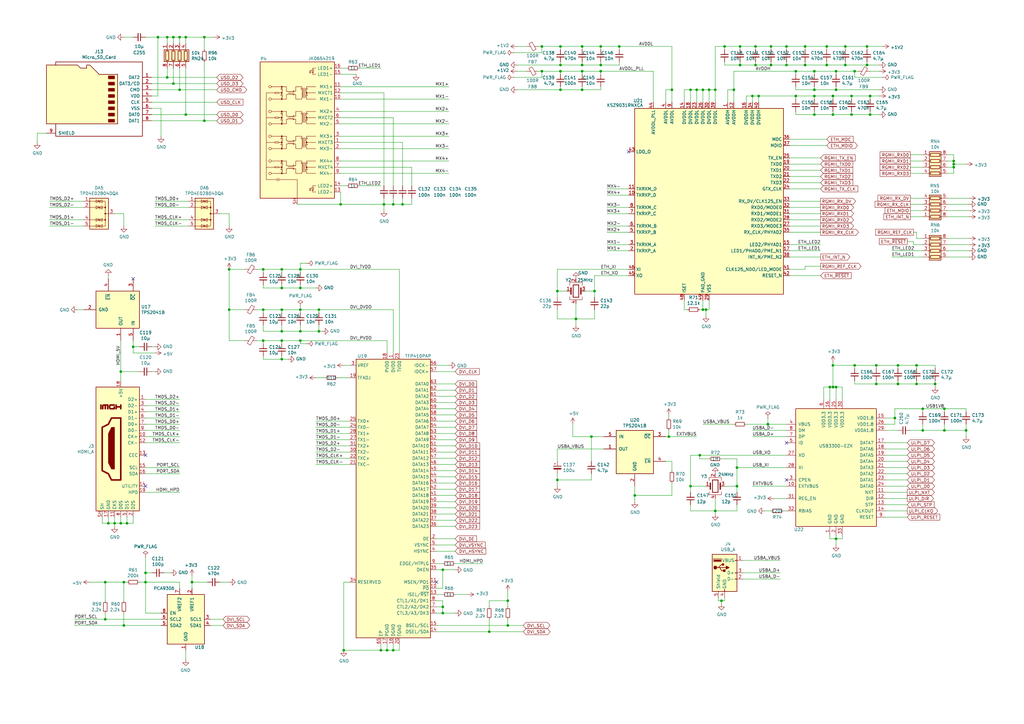
<source format=kicad_sch>
(kicad_sch (version 20210621) (generator eeschema)

  (uuid 3bd74833-a755-446f-8aa1-430ab83471b4)

  (paper "A3")

  

  (junction (at 43.18 238.76) (diameter 0) (color 0 0 0 0))
  (junction (at 43.18 254) (diameter 0) (color 0 0 0 0))
  (junction (at 44.45 214.63) (diameter 0) (color 0 0 0 0))
  (junction (at 46.99 214.63) (diameter 0) (color 0 0 0 0))
  (junction (at 49.53 152.4) (diameter 0) (color 0 0 0 0))
  (junction (at 49.53 214.63) (diameter 0) (color 0 0 0 0))
  (junction (at 50.8 238.76) (diameter 0) (color 0 0 0 0))
  (junction (at 50.8 256.54) (diameter 0) (color 0 0 0 0))
  (junction (at 52.07 214.63) (diameter 0) (color 0 0 0 0))
  (junction (at 54.61 142.24) (diameter 0) (color 0 0 0 0))
  (junction (at 59.69 234.95) (diameter 0) (color 0 0 0 0))
  (junction (at 59.69 238.76) (diameter 0) (color 0 0 0 0))
  (junction (at 64.77 15.24) (diameter 0) (color 0 0 0 0))
  (junction (at 68.58 15.24) (diameter 0) (color 0 0 0 0))
  (junction (at 68.58 31.75) (diameter 0) (color 0 0 0 0))
  (junction (at 71.12 15.24) (diameter 0) (color 0 0 0 0))
  (junction (at 71.12 34.29) (diameter 0) (color 0 0 0 0))
  (junction (at 73.66 15.24) (diameter 0) (color 0 0 0 0))
  (junction (at 73.66 36.83) (diameter 0) (color 0 0 0 0))
  (junction (at 76.2 15.24) (diameter 0) (color 0 0 0 0))
  (junction (at 76.2 46.99) (diameter 0) (color 0 0 0 0))
  (junction (at 78.74 238.76) (diameter 0) (color 0 0 0 0))
  (junction (at 83.82 15.24) (diameter 0) (color 0 0 0 0))
  (junction (at 83.82 49.53) (diameter 0) (color 0 0 0 0))
  (junction (at 93.98 110.49) (diameter 0) (color 0 0 0 0))
  (junction (at 93.98 127) (diameter 0) (color 0 0 0 0))
  (junction (at 107.95 110.49) (diameter 0) (color 0 0 0 0))
  (junction (at 107.95 127) (diameter 0) (color 0 0 0 0))
  (junction (at 107.95 139.7) (diameter 0) (color 0 0 0 0))
  (junction (at 115.57 110.49) (diameter 0) (color 0 0 0 0))
  (junction (at 115.57 118.11) (diameter 0) (color 0 0 0 0))
  (junction (at 115.57 127) (diameter 0) (color 0 0 0 0))
  (junction (at 115.57 135.89) (diameter 0) (color 0 0 0 0))
  (junction (at 115.57 139.7) (diameter 0) (color 0 0 0 0))
  (junction (at 115.57 147.32) (diameter 0) (color 0 0 0 0))
  (junction (at 123.19 110.49) (diameter 0) (color 0 0 0 0))
  (junction (at 123.19 118.11) (diameter 0) (color 0 0 0 0))
  (junction (at 123.19 127) (diameter 0) (color 0 0 0 0))
  (junction (at 123.19 135.89) (diameter 0) (color 0 0 0 0))
  (junction (at 123.19 139.7) (diameter 0) (color 0 0 0 0))
  (junction (at 130.81 127) (diameter 0) (color 0 0 0 0))
  (junction (at 130.81 135.89) (diameter 0) (color 0 0 0 0))
  (junction (at 139.7 83.82) (diameter 0) (color 0 0 0 0))
  (junction (at 140.97 266.7) (diameter 0) (color 0 0 0 0))
  (junction (at 156.21 266.7) (diameter 0) (color 0 0 0 0))
  (junction (at 157.48 83.82) (diameter 0) (color 0 0 0 0))
  (junction (at 158.75 266.7) (diameter 0) (color 0 0 0 0))
  (junction (at 161.29 83.82) (diameter 0) (color 0 0 0 0))
  (junction (at 161.29 266.7) (diameter 0) (color 0 0 0 0))
  (junction (at 165.1 83.82) (diameter 0) (color 0 0 0 0))
  (junction (at 181.61 233.68) (diameter 0) (color 0 0 0 0))
  (junction (at 181.61 248.92) (diameter 0) (color 0 0 0 0))
  (junction (at 181.61 251.46) (diameter 0) (color 0 0 0 0))
  (junction (at 200.66 259.08) (diameter 0) (color 0 0 0 0))
  (junction (at 208.28 246.38) (diameter 0) (color 0 0 0 0))
  (junction (at 208.28 256.54) (diameter 0) (color 0 0 0 0))
  (junction (at 222.25 19.05) (diameter 0) (color 0 0 0 0))
  (junction (at 222.25 29.21) (diameter 0) (color 0 0 0 0))
  (junction (at 228.6 119.38) (diameter 0) (color 0 0 0 0))
  (junction (at 228.6 196.85) (diameter 0) (color 0 0 0 0))
  (junction (at 229.87 19.05) (diameter 0) (color 0 0 0 0))
  (junction (at 229.87 26.67) (diameter 0) (color 0 0 0 0))
  (junction (at 229.87 29.21) (diameter 0) (color 0 0 0 0))
  (junction (at 229.87 36.83) (diameter 0) (color 0 0 0 0))
  (junction (at 236.22 130.81) (diameter 0) (color 0 0 0 0))
  (junction (at 238.76 19.05) (diameter 0) (color 0 0 0 0))
  (junction (at 238.76 26.67) (diameter 0) (color 0 0 0 0))
  (junction (at 238.76 29.21) (diameter 0) (color 0 0 0 0))
  (junction (at 238.76 36.83) (diameter 0) (color 0 0 0 0))
  (junction (at 242.57 179.07) (diameter 0) (color 0 0 0 0))
  (junction (at 243.84 119.38) (diameter 0) (color 0 0 0 0))
  (junction (at 246.38 19.05) (diameter 0) (color 0 0 0 0))
  (junction (at 246.38 26.67) (diameter 0) (color 0 0 0 0))
  (junction (at 246.38 29.21) (diameter 0) (color 0 0 0 0))
  (junction (at 254 19.05) (diameter 0) (color 0 0 0 0))
  (junction (at 260.35 203.2) (diameter 0) (color 0 0 0 0))
  (junction (at 274.32 179.07) (diameter 0) (color 0 0 0 0))
  (junction (at 275.59 36.83) (diameter 0) (color 0 0 0 0))
  (junction (at 283.21 36.83) (diameter 0) (color 0 0 0 0))
  (junction (at 283.21 199.39) (diameter 0) (color 0 0 0 0))
  (junction (at 285.75 36.83) (diameter 0) (color 0 0 0 0))
  (junction (at 287.02 186.69) (diameter 0) (color 0 0 0 0))
  (junction (at 288.29 36.83) (diameter 0) (color 0 0 0 0))
  (junction (at 288.29 127) (diameter 0) (color 0 0 0 0))
  (junction (at 289.56 127) (diameter 0) (color 0 0 0 0))
  (junction (at 290.83 36.83) (diameter 0) (color 0 0 0 0))
  (junction (at 293.37 36.83) (diameter 0) (color 0 0 0 0))
  (junction (at 293.37 209.55) (diameter 0) (color 0 0 0 0))
  (junction (at 295.91 246.38) (diameter 0) (color 0 0 0 0))
  (junction (at 297.18 19.05) (diameter 0) (color 0 0 0 0))
  (junction (at 300.99 36.83) (diameter 0) (color 0 0 0 0))
  (junction (at 302.26 191.77) (diameter 0) (color 0 0 0 0))
  (junction (at 302.26 199.39) (diameter 0) (color 0 0 0 0))
  (junction (at 303.53 19.05) (diameter 0) (color 0 0 0 0))
  (junction (at 303.53 26.67) (diameter 0) (color 0 0 0 0))
  (junction (at 308.61 39.37) (diameter 0) (color 0 0 0 0))
  (junction (at 309.88 19.05) (diameter 0) (color 0 0 0 0))
  (junction (at 309.88 26.67) (diameter 0) (color 0 0 0 0))
  (junction (at 311.15 39.37) (diameter 0) (color 0 0 0 0))
  (junction (at 314.96 173.99) (diameter 0) (color 0 0 0 0))
  (junction (at 316.23 19.05) (diameter 0) (color 0 0 0 0))
  (junction (at 316.23 26.67) (diameter 0) (color 0 0 0 0))
  (junction (at 322.58 19.05) (diameter 0) (color 0 0 0 0))
  (junction (at 322.58 26.67) (diameter 0) (color 0 0 0 0))
  (junction (at 326.39 29.21) (diameter 0) (color 0 0 0 0))
  (junction (at 326.39 39.37) (diameter 0) (color 0 0 0 0))
  (junction (at 330.2 19.05) (diameter 0) (color 0 0 0 0))
  (junction (at 330.2 26.67) (diameter 0) (color 0 0 0 0))
  (junction (at 334.01 29.21) (diameter 0) (color 0 0 0 0))
  (junction (at 334.01 36.83) (diameter 0) (color 0 0 0 0))
  (junction (at 334.01 39.37) (diameter 0) (color 0 0 0 0))
  (junction (at 334.01 46.99) (diameter 0) (color 0 0 0 0))
  (junction (at 339.09 19.05) (diameter 0) (color 0 0 0 0))
  (junction (at 339.09 26.67) (diameter 0) (color 0 0 0 0))
  (junction (at 340.36 158.75) (diameter 0) (color 0 0 0 0))
  (junction (at 341.63 39.37) (diameter 0) (color 0 0 0 0))
  (junction (at 341.63 46.99) (diameter 0) (color 0 0 0 0))
  (junction (at 341.63 149.86) (diameter 0) (color 0 0 0 0))
  (junction (at 341.63 158.75) (diameter 0) (color 0 0 0 0))
  (junction (at 342.9 29.21) (diameter 0) (color 0 0 0 0))
  (junction (at 342.9 36.83) (diameter 0) (color 0 0 0 0))
  (junction (at 342.9 158.75) (diameter 0) (color 0 0 0 0))
  (junction (at 342.9 220.98) (diameter 0) (color 0 0 0 0))
  (junction (at 346.71 19.05) (diameter 0) (color 0 0 0 0))
  (junction (at 346.71 26.67) (diameter 0) (color 0 0 0 0))
  (junction (at 349.25 39.37) (diameter 0) (color 0 0 0 0))
  (junction (at 349.25 46.99) (diameter 0) (color 0 0 0 0))
  (junction (at 350.52 29.21) (diameter 0) (color 0 0 0 0))
  (junction (at 350.52 149.86) (diameter 0) (color 0 0 0 0))
  (junction (at 355.6 19.05) (diameter 0) (color 0 0 0 0))
  (junction (at 355.6 26.67) (diameter 0) (color 0 0 0 0))
  (junction (at 356.87 39.37) (diameter 0) (color 0 0 0 0))
  (junction (at 356.87 46.99) (diameter 0) (color 0 0 0 0))
  (junction (at 359.41 149.86) (diameter 0) (color 0 0 0 0))
  (junction (at 359.41 157.48) (diameter 0) (color 0 0 0 0))
  (junction (at 367.03 171.45) (diameter 0) (color 0 0 0 0))
  (junction (at 368.3 149.86) (diameter 0) (color 0 0 0 0))
  (junction (at 368.3 157.48) (diameter 0) (color 0 0 0 0))
  (junction (at 375.92 149.86) (diameter 0) (color 0 0 0 0))
  (junction (at 375.92 157.48) (diameter 0) (color 0 0 0 0))
  (junction (at 378.46 167.64) (diameter 0) (color 0 0 0 0))
  (junction (at 378.46 176.53) (diameter 0) (color 0 0 0 0))
  (junction (at 383.54 157.48) (diameter 0) (color 0 0 0 0))
  (junction (at 387.35 167.64) (diameter 0) (color 0 0 0 0))
  (junction (at 387.35 176.53) (diameter 0) (color 0 0 0 0))
  (junction (at 391.16 66.04) (diameter 0) (color 0 0 0 0))
  (junction (at 391.16 67.31) (diameter 0) (color 0 0 0 0))
  (junction (at 391.16 68.58) (diameter 0) (color 0 0 0 0))
  (junction (at 396.24 176.53) (diameter 0) (color 0 0 0 0))

  (no_connect (at 54.61 114.3) (uuid 5a1788ae-4b4f-41c3-bc89-70d2cc1c7107))
  (no_connect (at 59.69 186.69) (uuid 4594870e-7288-4be0-bd9e-265e072f866e))
  (no_connect (at 59.69 199.39) (uuid a2b3dcd7-9496-4e82-b950-b30a0c038027))
  (no_connect (at 179.07 238.76) (uuid 70a127e9-79f3-41c3-8c73-eec9f59dcd12))
  (no_connect (at 257.81 62.23) (uuid 6b671798-1743-480c-b249-7a8b5b4827bb))
  (no_connect (at 322.58 181.61) (uuid ba43ffc7-9939-4f27-b1ae-66184fc91159))
  (no_connect (at 322.58 196.85) (uuid 0e91d70c-732b-4995-8e69-ec48a82851d2))

  (wire (pts (xy 15.24 54.61) (xy 19.05 54.61))
    (stroke (width 0) (type default) (color 0 0 0 0))
    (uuid 70e4293a-604e-456c-bcd5-85c5cfc97188)
  )
  (wire (pts (xy 15.24 58.42) (xy 15.24 54.61))
    (stroke (width 0) (type default) (color 0 0 0 0))
    (uuid 6cb194f6-2444-4f87-97d3-fb5213667b77)
  )
  (wire (pts (xy 20.32 82.55) (xy 34.29 82.55))
    (stroke (width 0) (type default) (color 0 0 0 0))
    (uuid 0ea168ae-a83f-4007-96d2-fda193df4e77)
  )
  (wire (pts (xy 20.32 85.09) (xy 34.29 85.09))
    (stroke (width 0) (type default) (color 0 0 0 0))
    (uuid 42bb19e2-4326-447e-9602-27c7ba97d226)
  )
  (wire (pts (xy 20.32 90.17) (xy 34.29 90.17))
    (stroke (width 0) (type default) (color 0 0 0 0))
    (uuid aaa48157-6282-40b8-b470-041717424e99)
  )
  (wire (pts (xy 20.32 92.71) (xy 34.29 92.71))
    (stroke (width 0) (type default) (color 0 0 0 0))
    (uuid 9512a3df-4c1c-4664-ab2f-84cb948c4a11)
  )
  (wire (pts (xy 31.75 127) (xy 34.29 127))
    (stroke (width 0) (type default) (color 0 0 0 0))
    (uuid 084f732e-5fa9-4b22-9cf8-e1d4cb658416)
  )
  (wire (pts (xy 36.83 238.76) (xy 43.18 238.76))
    (stroke (width 0) (type default) (color 0 0 0 0))
    (uuid 2dc963a7-0ad5-45cb-830f-6cbed5489fd8)
  )
  (wire (pts (xy 41.91 214.63) (xy 41.91 212.09))
    (stroke (width 0) (type default) (color 0 0 0 0))
    (uuid eae23404-c0b6-4019-b1e3-66d0f87658a2)
  )
  (wire (pts (xy 43.18 238.76) (xy 50.8 238.76))
    (stroke (width 0) (type default) (color 0 0 0 0))
    (uuid 980e2560-1b36-472c-b96a-79b5e3f80ce9)
  )
  (wire (pts (xy 43.18 246.38) (xy 43.18 238.76))
    (stroke (width 0) (type default) (color 0 0 0 0))
    (uuid caadbcd4-149f-4d09-affc-beba46bc4498)
  )
  (wire (pts (xy 43.18 251.46) (xy 43.18 254))
    (stroke (width 0) (type default) (color 0 0 0 0))
    (uuid d4e6c4b6-4514-4fae-be71-5d77fcbf1066)
  )
  (wire (pts (xy 43.18 254) (xy 30.48 254))
    (stroke (width 0) (type default) (color 0 0 0 0))
    (uuid 20d6a90c-cc46-4d2b-a0cf-7a348e2553b8)
  )
  (wire (pts (xy 44.45 113.03) (xy 44.45 114.3))
    (stroke (width 0) (type default) (color 0 0 0 0))
    (uuid 8ccd62b4-7b74-43a8-bfc8-b55360a9aa35)
  )
  (wire (pts (xy 44.45 212.09) (xy 44.45 214.63))
    (stroke (width 0) (type default) (color 0 0 0 0))
    (uuid 1b861a85-d9bf-4865-b36a-c6a31d309e98)
  )
  (wire (pts (xy 44.45 214.63) (xy 41.91 214.63))
    (stroke (width 0) (type default) (color 0 0 0 0))
    (uuid 95d3e1f3-3d62-4995-a959-72b2f1f52fda)
  )
  (wire (pts (xy 46.99 212.09) (xy 46.99 214.63))
    (stroke (width 0) (type default) (color 0 0 0 0))
    (uuid e8d84373-6e68-4dba-980f-70c267d52479)
  )
  (wire (pts (xy 46.99 214.63) (xy 44.45 214.63))
    (stroke (width 0) (type default) (color 0 0 0 0))
    (uuid 426ace98-d462-4170-92ef-8c3f28a9db66)
  )
  (wire (pts (xy 46.99 214.63) (xy 49.53 214.63))
    (stroke (width 0) (type default) (color 0 0 0 0))
    (uuid 144da7b2-7177-4af0-84df-d4a5251bcff2)
  )
  (wire (pts (xy 46.99 215.9) (xy 46.99 214.63))
    (stroke (width 0) (type default) (color 0 0 0 0))
    (uuid 8fa0735e-16a2-4d1d-9178-15ea83a25a1d)
  )
  (wire (pts (xy 49.53 139.7) (xy 49.53 152.4))
    (stroke (width 0) (type default) (color 0 0 0 0))
    (uuid a803c56d-aecf-40c7-aa61-051a214224db)
  )
  (wire (pts (xy 49.53 152.4) (xy 49.53 156.21))
    (stroke (width 0) (type default) (color 0 0 0 0))
    (uuid b29f446f-5c07-4ad3-9011-472cba625e32)
  )
  (wire (pts (xy 49.53 214.63) (xy 49.53 212.09))
    (stroke (width 0) (type default) (color 0 0 0 0))
    (uuid e3fbb11c-7f0e-45ba-a7c2-b9cd589aa9bd)
  )
  (wire (pts (xy 49.53 214.63) (xy 52.07 214.63))
    (stroke (width 0) (type default) (color 0 0 0 0))
    (uuid 919baea6-108b-45b6-ae40-06786df28c7f)
  )
  (wire (pts (xy 50.8 15.24) (xy 54.61 15.24))
    (stroke (width 0) (type default) (color 0 0 0 0))
    (uuid 0d8fafdd-144b-4411-ac8f-a665be9b47c2)
  )
  (wire (pts (xy 50.8 87.63) (xy 46.99 87.63))
    (stroke (width 0) (type default) (color 0 0 0 0))
    (uuid 32688630-c368-4665-9bc9-86740c2e9a09)
  )
  (wire (pts (xy 50.8 87.63) (xy 50.8 92.71))
    (stroke (width 0) (type default) (color 0 0 0 0))
    (uuid a60dbda6-4010-4bf4-9d79-0c5dcee6b788)
  )
  (wire (pts (xy 50.8 238.76) (xy 52.07 238.76))
    (stroke (width 0) (type default) (color 0 0 0 0))
    (uuid b9143e33-9fe5-4736-9809-23c8c965ea85)
  )
  (wire (pts (xy 50.8 246.38) (xy 50.8 238.76))
    (stroke (width 0) (type default) (color 0 0 0 0))
    (uuid 4b062489-6a94-45d4-a2d6-009e5028a4da)
  )
  (wire (pts (xy 50.8 251.46) (xy 50.8 256.54))
    (stroke (width 0) (type default) (color 0 0 0 0))
    (uuid 2d7dafbc-daa7-4bcb-9ba8-e0a4927c0ec6)
  )
  (wire (pts (xy 50.8 256.54) (xy 30.48 256.54))
    (stroke (width 0) (type default) (color 0 0 0 0))
    (uuid ff02755a-b0c8-46f0-b788-76d900ffb6e2)
  )
  (wire (pts (xy 52.07 214.63) (xy 52.07 212.09))
    (stroke (width 0) (type default) (color 0 0 0 0))
    (uuid 7a884031-efe5-4d3a-91fa-725574d22c4b)
  )
  (wire (pts (xy 52.07 214.63) (xy 54.61 214.63))
    (stroke (width 0) (type default) (color 0 0 0 0))
    (uuid bf86c421-c624-4bb9-844e-ad05591a0fe7)
  )
  (wire (pts (xy 54.61 139.7) (xy 54.61 142.24))
    (stroke (width 0) (type default) (color 0 0 0 0))
    (uuid 914efc0b-8e84-452d-b393-52427397eeeb)
  )
  (wire (pts (xy 54.61 142.24) (xy 54.61 144.78))
    (stroke (width 0) (type default) (color 0 0 0 0))
    (uuid 54273bfe-8593-4a5f-87ad-3d530346586f)
  )
  (wire (pts (xy 54.61 144.78) (xy 63.5 144.78))
    (stroke (width 0) (type default) (color 0 0 0 0))
    (uuid a1d17d94-cfb0-4f26-8263-9dadbde4e035)
  )
  (wire (pts (xy 54.61 214.63) (xy 54.61 212.09))
    (stroke (width 0) (type default) (color 0 0 0 0))
    (uuid 4d159f59-7492-4b65-af95-b85b93bd90bb)
  )
  (wire (pts (xy 57.15 142.24) (xy 54.61 142.24))
    (stroke (width 0) (type default) (color 0 0 0 0))
    (uuid 03ce18ae-91ff-4981-997c-3d4256dc0d85)
  )
  (wire (pts (xy 57.15 152.4) (xy 49.53 152.4))
    (stroke (width 0) (type default) (color 0 0 0 0))
    (uuid 68080ad9-8e03-4ab3-bd30-8e10702debe0)
  )
  (wire (pts (xy 57.15 238.76) (xy 59.69 238.76))
    (stroke (width 0) (type default) (color 0 0 0 0))
    (uuid 89433553-93a8-49ba-bd25-c64c32826c0c)
  )
  (wire (pts (xy 59.69 15.24) (xy 64.77 15.24))
    (stroke (width 0) (type default) (color 0 0 0 0))
    (uuid 222a8075-e287-4726-9f81-5e5c80422231)
  )
  (wire (pts (xy 59.69 163.83) (xy 73.66 163.83))
    (stroke (width 0) (type default) (color 0 0 0 0))
    (uuid 9e4b12c6-7cfe-481b-9663-d39279072db4)
  )
  (wire (pts (xy 59.69 166.37) (xy 73.66 166.37))
    (stroke (width 0) (type default) (color 0 0 0 0))
    (uuid ebcdecd5-52da-4384-b7db-8c4098c336d7)
  )
  (wire (pts (xy 59.69 168.91) (xy 73.66 168.91))
    (stroke (width 0) (type default) (color 0 0 0 0))
    (uuid 5c8c092e-7a31-4f74-ac15-3561855d2711)
  )
  (wire (pts (xy 59.69 171.45) (xy 73.66 171.45))
    (stroke (width 0) (type default) (color 0 0 0 0))
    (uuid baf923bf-7ff8-4019-b628-71df3a8d9ec4)
  )
  (wire (pts (xy 59.69 173.99) (xy 73.66 173.99))
    (stroke (width 0) (type default) (color 0 0 0 0))
    (uuid 72832751-66b2-41b0-9cab-513e186338ab)
  )
  (wire (pts (xy 59.69 176.53) (xy 73.66 176.53))
    (stroke (width 0) (type default) (color 0 0 0 0))
    (uuid 7a94a1ce-ded0-4664-bb38-0a074ae49056)
  )
  (wire (pts (xy 59.69 179.07) (xy 73.66 179.07))
    (stroke (width 0) (type default) (color 0 0 0 0))
    (uuid 1844bde1-d862-413c-ab1a-b38dd597747c)
  )
  (wire (pts (xy 59.69 181.61) (xy 73.66 181.61))
    (stroke (width 0) (type default) (color 0 0 0 0))
    (uuid 44b15649-fba8-4a6b-9d75-c0a3693bb2c3)
  )
  (wire (pts (xy 59.69 194.31) (xy 73.66 194.31))
    (stroke (width 0) (type default) (color 0 0 0 0))
    (uuid f201c484-6ef1-4710-b979-76bc5c3691c0)
  )
  (wire (pts (xy 59.69 201.93) (xy 73.66 201.93))
    (stroke (width 0) (type default) (color 0 0 0 0))
    (uuid dfe601d9-5a08-42c9-a226-62b59298ab13)
  )
  (wire (pts (xy 59.69 228.6) (xy 59.69 234.95))
    (stroke (width 0) (type default) (color 0 0 0 0))
    (uuid 43c521b4-0e44-482b-9f2e-760c838a52b5)
  )
  (wire (pts (xy 59.69 234.95) (xy 59.69 238.76))
    (stroke (width 0) (type default) (color 0 0 0 0))
    (uuid 80d4c258-1881-482a-b7db-20591d13e8a3)
  )
  (wire (pts (xy 59.69 238.76) (xy 59.69 251.46))
    (stroke (width 0) (type default) (color 0 0 0 0))
    (uuid 29379a2e-1671-43e9-adb1-d479060cb5f8)
  )
  (wire (pts (xy 59.69 251.46) (xy 66.04 251.46))
    (stroke (width 0) (type default) (color 0 0 0 0))
    (uuid 88d597b1-71df-4c5b-b6c5-8fbc1faac060)
  )
  (wire (pts (xy 62.23 34.29) (xy 71.12 34.29))
    (stroke (width 0) (type default) (color 0 0 0 0))
    (uuid 3e9ec080-0b10-4711-87e4-f0149d259c91)
  )
  (wire (pts (xy 62.23 39.37) (xy 64.77 39.37))
    (stroke (width 0) (type default) (color 0 0 0 0))
    (uuid c0609dec-43c7-470a-8e13-79ca5b8838d3)
  )
  (wire (pts (xy 62.23 41.91) (xy 88.9 41.91))
    (stroke (width 0) (type default) (color 0 0 0 0))
    (uuid 6f61b8d4-3f47-43e9-bdb2-2fce688b7c52)
  )
  (wire (pts (xy 62.23 46.99) (xy 76.2 46.99))
    (stroke (width 0) (type default) (color 0 0 0 0))
    (uuid 47ff550d-6447-4241-a0a6-f468c5a6e2ed)
  )
  (wire (pts (xy 62.23 49.53) (xy 83.82 49.53))
    (stroke (width 0) (type default) (color 0 0 0 0))
    (uuid cfc73e3d-b17e-49ba-adea-fd170884b217)
  )
  (wire (pts (xy 62.23 234.95) (xy 59.69 234.95))
    (stroke (width 0) (type default) (color 0 0 0 0))
    (uuid 351ea1b2-d699-4a94-a415-1aa964735e75)
  )
  (wire (pts (xy 63.5 82.55) (xy 77.47 82.55))
    (stroke (width 0) (type default) (color 0 0 0 0))
    (uuid d5e453a9-62bd-4d2e-a157-7fcc88edcf4c)
  )
  (wire (pts (xy 63.5 85.09) (xy 77.47 85.09))
    (stroke (width 0) (type default) (color 0 0 0 0))
    (uuid 2d98f68a-7a54-4271-a1d0-b9381c13c42c)
  )
  (wire (pts (xy 63.5 90.17) (xy 77.47 90.17))
    (stroke (width 0) (type default) (color 0 0 0 0))
    (uuid 8d26456b-4a28-4b19-a5b9-7697c81a43fc)
  )
  (wire (pts (xy 63.5 92.71) (xy 77.47 92.71))
    (stroke (width 0) (type default) (color 0 0 0 0))
    (uuid 8c970a49-3ae4-4023-8ac9-3e78ab0756ef)
  )
  (wire (pts (xy 63.5 142.24) (xy 62.23 142.24))
    (stroke (width 0) (type default) (color 0 0 0 0))
    (uuid 0d45244c-19ee-4003-860f-d74d27c775cb)
  )
  (wire (pts (xy 63.5 152.4) (xy 62.23 152.4))
    (stroke (width 0) (type default) (color 0 0 0 0))
    (uuid 5efe48fb-9e33-46d3-95af-b720e98c28f0)
  )
  (wire (pts (xy 64.77 15.24) (xy 68.58 15.24))
    (stroke (width 0) (type default) (color 0 0 0 0))
    (uuid 87e9cd25-3693-4fd8-a9fe-4f0424dbb371)
  )
  (wire (pts (xy 64.77 39.37) (xy 64.77 15.24))
    (stroke (width 0) (type default) (color 0 0 0 0))
    (uuid 2bb67b4d-0c31-49ea-b592-b174c5e504fc)
  )
  (wire (pts (xy 66.04 44.45) (xy 62.23 44.45))
    (stroke (width 0) (type default) (color 0 0 0 0))
    (uuid 05b83134-9331-400a-9b79-e3ef7995dec7)
  )
  (wire (pts (xy 66.04 55.88) (xy 66.04 44.45))
    (stroke (width 0) (type default) (color 0 0 0 0))
    (uuid 7ee5be6f-6cee-40c7-9fdc-32e90345536a)
  )
  (wire (pts (xy 66.04 254) (xy 43.18 254))
    (stroke (width 0) (type default) (color 0 0 0 0))
    (uuid 6ab0a540-468c-4830-825c-58da87922c8a)
  )
  (wire (pts (xy 66.04 256.54) (xy 50.8 256.54))
    (stroke (width 0) (type default) (color 0 0 0 0))
    (uuid c4e63743-f4a6-483b-9bd4-189adcfe2fe9)
  )
  (wire (pts (xy 68.58 15.24) (xy 71.12 15.24))
    (stroke (width 0) (type default) (color 0 0 0 0))
    (uuid 729e20d2-689c-4f23-92dd-e14d15e34896)
  )
  (wire (pts (xy 68.58 17.78) (xy 68.58 15.24))
    (stroke (width 0) (type default) (color 0 0 0 0))
    (uuid aeae5774-0548-48c0-8ccd-5a6c571b959f)
  )
  (wire (pts (xy 68.58 27.94) (xy 68.58 31.75))
    (stroke (width 0) (type default) (color 0 0 0 0))
    (uuid be9aaac9-9456-4447-b709-aad691b81b72)
  )
  (wire (pts (xy 68.58 31.75) (xy 62.23 31.75))
    (stroke (width 0) (type default) (color 0 0 0 0))
    (uuid 01fe0673-e3e2-493d-a15d-1b14d44b4f5d)
  )
  (wire (pts (xy 68.58 31.75) (xy 88.9 31.75))
    (stroke (width 0) (type default) (color 0 0 0 0))
    (uuid 79f9001d-a27b-4d5a-ac76-abdcb8ed3c57)
  )
  (wire (pts (xy 69.85 234.95) (xy 67.31 234.95))
    (stroke (width 0) (type default) (color 0 0 0 0))
    (uuid 52dd2509-3584-4dc9-9e66-dc6b31d4c8d4)
  )
  (wire (pts (xy 71.12 15.24) (xy 71.12 17.78))
    (stroke (width 0) (type default) (color 0 0 0 0))
    (uuid b106615a-b775-4cf0-ab9f-271b0820c94d)
  )
  (wire (pts (xy 71.12 15.24) (xy 73.66 15.24))
    (stroke (width 0) (type default) (color 0 0 0 0))
    (uuid 5d3e918f-13ea-495e-84c7-1758f42661ba)
  )
  (wire (pts (xy 71.12 34.29) (xy 71.12 27.94))
    (stroke (width 0) (type default) (color 0 0 0 0))
    (uuid 2cd6f937-8f37-4b4b-bfa5-5c4903eac1f3)
  )
  (wire (pts (xy 73.66 15.24) (xy 76.2 15.24))
    (stroke (width 0) (type default) (color 0 0 0 0))
    (uuid e446e0e1-d9ad-461d-9c12-7f2502c510c9)
  )
  (wire (pts (xy 73.66 17.78) (xy 73.66 15.24))
    (stroke (width 0) (type default) (color 0 0 0 0))
    (uuid dd69d6ce-e82a-4149-a959-69cffe062ddd)
  )
  (wire (pts (xy 73.66 27.94) (xy 73.66 36.83))
    (stroke (width 0) (type default) (color 0 0 0 0))
    (uuid 66413e47-8c64-49dc-9d62-fb2dbd6a37ed)
  )
  (wire (pts (xy 73.66 36.83) (xy 62.23 36.83))
    (stroke (width 0) (type default) (color 0 0 0 0))
    (uuid 081e7f50-a94f-4335-bde0-fe904a678450)
  )
  (wire (pts (xy 73.66 36.83) (xy 88.9 36.83))
    (stroke (width 0) (type default) (color 0 0 0 0))
    (uuid f258ac0b-a2d4-405d-bf04-a46e7a269ced)
  )
  (wire (pts (xy 73.66 191.77) (xy 59.69 191.77))
    (stroke (width 0) (type default) (color 0 0 0 0))
    (uuid f6789c1b-3ce5-4eae-923f-9cd1b31b339b)
  )
  (wire (pts (xy 73.66 238.76) (xy 59.69 238.76))
    (stroke (width 0) (type default) (color 0 0 0 0))
    (uuid 81781d87-bc82-4b2f-8bdb-e2353ec3d8e6)
  )
  (wire (pts (xy 73.66 241.3) (xy 73.66 238.76))
    (stroke (width 0) (type default) (color 0 0 0 0))
    (uuid 5f2c3b85-129d-437f-8a13-3fac470cb880)
  )
  (wire (pts (xy 76.2 17.78) (xy 76.2 15.24))
    (stroke (width 0) (type default) (color 0 0 0 0))
    (uuid 874f842b-f988-4f81-888e-b03acea736f0)
  )
  (wire (pts (xy 76.2 46.99) (xy 76.2 27.94))
    (stroke (width 0) (type default) (color 0 0 0 0))
    (uuid 4324313c-6c7c-4019-b9ec-53bddf32c2e8)
  )
  (wire (pts (xy 76.2 266.7) (xy 76.2 270.51))
    (stroke (width 0) (type default) (color 0 0 0 0))
    (uuid 1ebfd1ce-db97-49e5-a8bb-eaf9975d507e)
  )
  (wire (pts (xy 78.74 236.22) (xy 78.74 238.76))
    (stroke (width 0) (type default) (color 0 0 0 0))
    (uuid 012d71e2-f7b3-4365-bae1-bc25e2fb71f3)
  )
  (wire (pts (xy 78.74 238.76) (xy 78.74 241.3))
    (stroke (width 0) (type default) (color 0 0 0 0))
    (uuid 96526855-ad95-4c14-bb32-232c1d9e2125)
  )
  (wire (pts (xy 83.82 15.24) (xy 76.2 15.24))
    (stroke (width 0) (type default) (color 0 0 0 0))
    (uuid 22936b11-e0a2-46a2-90f8-8eed7cd22edb)
  )
  (wire (pts (xy 83.82 20.32) (xy 83.82 15.24))
    (stroke (width 0) (type default) (color 0 0 0 0))
    (uuid 8c4e0ae4-7105-4fde-a473-19beb922b4f4)
  )
  (wire (pts (xy 83.82 25.4) (xy 83.82 49.53))
    (stroke (width 0) (type default) (color 0 0 0 0))
    (uuid 4f2e5909-5f4b-44d5-97be-b7d001fa9ad5)
  )
  (wire (pts (xy 83.82 49.53) (xy 88.9 49.53))
    (stroke (width 0) (type default) (color 0 0 0 0))
    (uuid 2cfd3a12-a24a-4977-a3db-f0873547c1d5)
  )
  (wire (pts (xy 85.09 238.76) (xy 78.74 238.76))
    (stroke (width 0) (type default) (color 0 0 0 0))
    (uuid 5515ea80-76b3-4fdd-a415-bc9cdde74cd7)
  )
  (wire (pts (xy 87.63 15.24) (xy 83.82 15.24))
    (stroke (width 0) (type default) (color 0 0 0 0))
    (uuid 49179e5d-7873-4758-9bbd-ad08a3590ca8)
  )
  (wire (pts (xy 88.9 34.29) (xy 71.12 34.29))
    (stroke (width 0) (type default) (color 0 0 0 0))
    (uuid 40852b84-c823-4f70-a0cb-d3a60d7a97d1)
  )
  (wire (pts (xy 88.9 46.99) (xy 76.2 46.99))
    (stroke (width 0) (type default) (color 0 0 0 0))
    (uuid 2cd1baca-2cb8-4f69-98c3-04c3aeefed76)
  )
  (wire (pts (xy 91.44 254) (xy 86.36 254))
    (stroke (width 0) (type default) (color 0 0 0 0))
    (uuid 4e1aebcc-70b1-4fc7-8f71-3b74bfff8362)
  )
  (wire (pts (xy 91.44 256.54) (xy 86.36 256.54))
    (stroke (width 0) (type default) (color 0 0 0 0))
    (uuid a3bdd499-1e65-451d-b472-e72912294231)
  )
  (wire (pts (xy 93.98 87.63) (xy 90.17 87.63))
    (stroke (width 0) (type default) (color 0 0 0 0))
    (uuid db96a3dc-52fc-47ff-ac9f-11692ba8711a)
  )
  (wire (pts (xy 93.98 87.63) (xy 93.98 92.71))
    (stroke (width 0) (type default) (color 0 0 0 0))
    (uuid ca1ee2d6-30bd-4c91-97ba-26737fc831f0)
  )
  (wire (pts (xy 93.98 110.49) (xy 93.98 127))
    (stroke (width 0) (type default) (color 0 0 0 0))
    (uuid cc7f1136-c731-46fe-a291-5e60e56e08d0)
  )
  (wire (pts (xy 93.98 110.49) (xy 100.33 110.49))
    (stroke (width 0) (type default) (color 0 0 0 0))
    (uuid 32650d4b-0c0c-4368-9403-b739222a2ca9)
  )
  (wire (pts (xy 93.98 127) (xy 93.98 139.7))
    (stroke (width 0) (type default) (color 0 0 0 0))
    (uuid 8d5ef29c-63f4-40a7-87e6-9dbd0727a3ea)
  )
  (wire (pts (xy 93.98 238.76) (xy 90.17 238.76))
    (stroke (width 0) (type default) (color 0 0 0 0))
    (uuid 427852aa-e27a-43e3-ae3f-8f226859857f)
  )
  (wire (pts (xy 100.33 127) (xy 93.98 127))
    (stroke (width 0) (type default) (color 0 0 0 0))
    (uuid ee46f431-ac7f-442b-a09d-b448dd88b05f)
  )
  (wire (pts (xy 100.33 139.7) (xy 93.98 139.7))
    (stroke (width 0) (type default) (color 0 0 0 0))
    (uuid 0cf8c7c6-b5b2-4655-88cf-d64041bd1426)
  )
  (wire (pts (xy 105.41 127) (xy 107.95 127))
    (stroke (width 0) (type default) (color 0 0 0 0))
    (uuid 4753b77c-a53a-4f40-9153-5561096c66e2)
  )
  (wire (pts (xy 105.41 139.7) (xy 107.95 139.7))
    (stroke (width 0) (type default) (color 0 0 0 0))
    (uuid 804c1db7-cff6-41df-a06d-f7c6cb9a355d)
  )
  (wire (pts (xy 107.95 110.49) (xy 105.41 110.49))
    (stroke (width 0) (type default) (color 0 0 0 0))
    (uuid 87eab4dc-a404-474b-80eb-beca2e044493)
  )
  (wire (pts (xy 107.95 111.76) (xy 107.95 110.49))
    (stroke (width 0) (type default) (color 0 0 0 0))
    (uuid e8f23796-a573-4ff3-a71a-09ddf87e029c)
  )
  (wire (pts (xy 107.95 118.11) (xy 107.95 116.84))
    (stroke (width 0) (type default) (color 0 0 0 0))
    (uuid 0b1c0932-5ee5-4a35-8347-0b5753df035b)
  )
  (wire (pts (xy 107.95 127) (xy 115.57 127))
    (stroke (width 0) (type default) (color 0 0 0 0))
    (uuid fba52c09-6710-4a98-aa6c-75dac2590a44)
  )
  (wire (pts (xy 107.95 128.27) (xy 107.95 127))
    (stroke (width 0) (type default) (color 0 0 0 0))
    (uuid 2dc14611-7542-43be-a771-51114249db21)
  )
  (wire (pts (xy 107.95 135.89) (xy 107.95 133.35))
    (stroke (width 0) (type default) (color 0 0 0 0))
    (uuid 88da9f0c-eea1-4181-bcb2-a3c8bdbcf711)
  )
  (wire (pts (xy 107.95 139.7) (xy 107.95 140.97))
    (stroke (width 0) (type default) (color 0 0 0 0))
    (uuid 11acedcd-29ac-4d08-9d3c-a10e64dd9bf2)
  )
  (wire (pts (xy 107.95 139.7) (xy 115.57 139.7))
    (stroke (width 0) (type default) (color 0 0 0 0))
    (uuid 1addd101-1f1a-42d3-8dfd-1006f159d7a9)
  )
  (wire (pts (xy 107.95 147.32) (xy 107.95 146.05))
    (stroke (width 0) (type default) (color 0 0 0 0))
    (uuid 0577de3a-536f-4bfd-9685-014223bedcf4)
  )
  (wire (pts (xy 115.57 110.49) (xy 107.95 110.49))
    (stroke (width 0) (type default) (color 0 0 0 0))
    (uuid df01b541-8578-47cf-bf94-152339773284)
  )
  (wire (pts (xy 115.57 111.76) (xy 115.57 110.49))
    (stroke (width 0) (type default) (color 0 0 0 0))
    (uuid b81f91f0-b605-41a6-9d7e-9da831118ba4)
  )
  (wire (pts (xy 115.57 116.84) (xy 115.57 118.11))
    (stroke (width 0) (type default) (color 0 0 0 0))
    (uuid 877858c5-557f-4db0-8a77-d865218eb41f)
  )
  (wire (pts (xy 115.57 118.11) (xy 107.95 118.11))
    (stroke (width 0) (type default) (color 0 0 0 0))
    (uuid b892ec58-8dba-4e88-a4a5-3612ea6b30bc)
  )
  (wire (pts (xy 115.57 127) (xy 123.19 127))
    (stroke (width 0) (type default) (color 0 0 0 0))
    (uuid 3f9873df-0c84-4f83-9113-caf39a54c13b)
  )
  (wire (pts (xy 115.57 128.27) (xy 115.57 127))
    (stroke (width 0) (type default) (color 0 0 0 0))
    (uuid 56480214-4259-4abb-a5a5-b8b66524aa0d)
  )
  (wire (pts (xy 115.57 133.35) (xy 115.57 135.89))
    (stroke (width 0) (type default) (color 0 0 0 0))
    (uuid 93c5ec7a-667f-4adf-adfe-72219a39241e)
  )
  (wire (pts (xy 115.57 135.89) (xy 107.95 135.89))
    (stroke (width 0) (type default) (color 0 0 0 0))
    (uuid 24832bf4-38b4-488a-a5eb-7e8edbbeca42)
  )
  (wire (pts (xy 115.57 139.7) (xy 123.19 139.7))
    (stroke (width 0) (type default) (color 0 0 0 0))
    (uuid 60d6af1e-725f-4ce7-b6b4-9fe636da529d)
  )
  (wire (pts (xy 115.57 140.97) (xy 115.57 139.7))
    (stroke (width 0) (type default) (color 0 0 0 0))
    (uuid 465fc6ed-a013-4402-b146-7fe3927a4132)
  )
  (wire (pts (xy 115.57 146.05) (xy 115.57 147.32))
    (stroke (width 0) (type default) (color 0 0 0 0))
    (uuid 450c007f-d638-42eb-b8bf-64a15cc1c4ae)
  )
  (wire (pts (xy 115.57 147.32) (xy 107.95 147.32))
    (stroke (width 0) (type default) (color 0 0 0 0))
    (uuid 0ac15132-749b-443d-b739-4c99cddeb03e)
  )
  (wire (pts (xy 118.11 147.32) (xy 115.57 147.32))
    (stroke (width 0) (type default) (color 0 0 0 0))
    (uuid ebb55ebb-2e3a-4101-8394-626e508d81c7)
  )
  (wire (pts (xy 123.19 107.95) (xy 123.19 110.49))
    (stroke (width 0) (type default) (color 0 0 0 0))
    (uuid 5a8c7c37-bf02-4839-bf71-84323cd3d104)
  )
  (wire (pts (xy 123.19 110.49) (xy 115.57 110.49))
    (stroke (width 0) (type default) (color 0 0 0 0))
    (uuid 07f1eaca-bc04-49f8-b898-b89b32566529)
  )
  (wire (pts (xy 123.19 110.49) (xy 163.83 110.49))
    (stroke (width 0) (type default) (color 0 0 0 0))
    (uuid 8a6567fc-68d9-4ecb-b0eb-c1cc951a1ea8)
  )
  (wire (pts (xy 123.19 111.76) (xy 123.19 110.49))
    (stroke (width 0) (type default) (color 0 0 0 0))
    (uuid 43881289-4760-4bb4-8bfb-eeddfeb95842)
  )
  (wire (pts (xy 123.19 116.84) (xy 123.19 118.11))
    (stroke (width 0) (type default) (color 0 0 0 0))
    (uuid 186aac23-a6de-45d4-a4fb-6c8c6fa2d6f6)
  )
  (wire (pts (xy 123.19 118.11) (xy 115.57 118.11))
    (stroke (width 0) (type default) (color 0 0 0 0))
    (uuid e3850308-9b6c-471f-b49f-31ac5b09cff1)
  )
  (wire (pts (xy 123.19 125.73) (xy 123.19 127))
    (stroke (width 0) (type default) (color 0 0 0 0))
    (uuid 4b8562b6-8565-4359-b423-f8f8c05da932)
  )
  (wire (pts (xy 123.19 127) (xy 130.81 127))
    (stroke (width 0) (type default) (color 0 0 0 0))
    (uuid 566bda02-bac3-42ed-9314-4bf628c56e2c)
  )
  (wire (pts (xy 123.19 128.27) (xy 123.19 127))
    (stroke (width 0) (type default) (color 0 0 0 0))
    (uuid 0d07f57a-0627-4a77-b9fd-2fc33388738c)
  )
  (wire (pts (xy 123.19 133.35) (xy 123.19 135.89))
    (stroke (width 0) (type default) (color 0 0 0 0))
    (uuid 1b59e3e3-b754-4d36-8a2f-2ec147957173)
  )
  (wire (pts (xy 123.19 135.89) (xy 115.57 135.89))
    (stroke (width 0) (type default) (color 0 0 0 0))
    (uuid f9766243-12aa-4849-8cab-b9f49821cd1a)
  )
  (wire (pts (xy 123.19 139.7) (xy 158.75 139.7))
    (stroke (width 0) (type default) (color 0 0 0 0))
    (uuid af6ecede-0a18-4f8d-b76c-5669fc53dc6e)
  )
  (wire (pts (xy 123.19 140.97) (xy 123.19 139.7))
    (stroke (width 0) (type default) (color 0 0 0 0))
    (uuid 347f54ef-fc90-4b8b-a2a3-02bdeca06e06)
  )
  (wire (pts (xy 125.73 107.95) (xy 123.19 107.95))
    (stroke (width 0) (type default) (color 0 0 0 0))
    (uuid d152c57f-8182-4a74-a530-e44b7041f791)
  )
  (wire (pts (xy 125.73 140.97) (xy 123.19 140.97))
    (stroke (width 0) (type default) (color 0 0 0 0))
    (uuid 608cdaa0-c66d-4ebe-aa90-e8296da731cc)
  )
  (wire (pts (xy 129.54 118.11) (xy 123.19 118.11))
    (stroke (width 0) (type default) (color 0 0 0 0))
    (uuid eace54ab-4c57-480d-a386-e86916d0ffa3)
  )
  (wire (pts (xy 129.54 154.94) (xy 133.35 154.94))
    (stroke (width 0) (type default) (color 0 0 0 0))
    (uuid 91060c6b-7afd-4293-b109-65a9bf9a7473)
  )
  (wire (pts (xy 129.54 175.26) (xy 143.51 175.26))
    (stroke (width 0) (type default) (color 0 0 0 0))
    (uuid a71381a1-1f87-4c4a-a71c-0ddb37542921)
  )
  (wire (pts (xy 129.54 177.8) (xy 143.51 177.8))
    (stroke (width 0) (type default) (color 0 0 0 0))
    (uuid 70a53912-5de3-43ba-b0c9-000617c07cdf)
  )
  (wire (pts (xy 129.54 180.34) (xy 143.51 180.34))
    (stroke (width 0) (type default) (color 0 0 0 0))
    (uuid 3e8346cb-1b4c-416a-9da6-bf49d151ddd2)
  )
  (wire (pts (xy 129.54 182.88) (xy 143.51 182.88))
    (stroke (width 0) (type default) (color 0 0 0 0))
    (uuid 7204f0e4-d1a0-4d84-9466-4b10546949ca)
  )
  (wire (pts (xy 129.54 185.42) (xy 143.51 185.42))
    (stroke (width 0) (type default) (color 0 0 0 0))
    (uuid 3c01e59e-ffe1-4614-93a8-e9a007432819)
  )
  (wire (pts (xy 129.54 187.96) (xy 143.51 187.96))
    (stroke (width 0) (type default) (color 0 0 0 0))
    (uuid 3ff8fb76-91a0-4078-a854-cfc3dd402acb)
  )
  (wire (pts (xy 129.54 190.5) (xy 143.51 190.5))
    (stroke (width 0) (type default) (color 0 0 0 0))
    (uuid 11968fd5-aa9b-4d7e-b92b-d04b263a0d1e)
  )
  (wire (pts (xy 130.81 127) (xy 130.81 128.27))
    (stroke (width 0) (type default) (color 0 0 0 0))
    (uuid 4f9b40d9-4e7c-4fcd-98e5-412cfa72cff5)
  )
  (wire (pts (xy 130.81 127) (xy 161.29 127))
    (stroke (width 0) (type default) (color 0 0 0 0))
    (uuid f9927034-b973-43a3-8163-55a7a2f102d5)
  )
  (wire (pts (xy 130.81 133.35) (xy 130.81 135.89))
    (stroke (width 0) (type default) (color 0 0 0 0))
    (uuid df5e735b-6062-4ded-ad22-8e6e97639a56)
  )
  (wire (pts (xy 130.81 135.89) (xy 123.19 135.89))
    (stroke (width 0) (type default) (color 0 0 0 0))
    (uuid 02491bbb-cb96-493b-8bb3-814023a19ab7)
  )
  (wire (pts (xy 132.08 135.89) (xy 130.81 135.89))
    (stroke (width 0) (type default) (color 0 0 0 0))
    (uuid 8beec916-ce9a-448d-8aee-edd20013edac)
  )
  (wire (pts (xy 138.43 154.94) (xy 143.51 154.94))
    (stroke (width 0) (type default) (color 0 0 0 0))
    (uuid 80d192ca-63ff-42f6-bb95-70b48eabf1b1)
  )
  (wire (pts (xy 139.7 30.48) (xy 146.05 30.48))
    (stroke (width 0) (type default) (color 0 0 0 0))
    (uuid 7e39f1e7-ec3b-45e7-99d2-309f309b7f6d)
  )
  (wire (pts (xy 139.7 35.56) (xy 184.15 35.56))
    (stroke (width 0) (type default) (color 0 0 0 0))
    (uuid 18b6c788-d702-46f9-9406-5e61159cb4d7)
  )
  (wire (pts (xy 139.7 38.1) (xy 157.48 38.1))
    (stroke (width 0) (type default) (color 0 0 0 0))
    (uuid c9f7bc28-c26a-44ac-8f5e-e4ddb6bc411f)
  )
  (wire (pts (xy 139.7 40.64) (xy 184.15 40.64))
    (stroke (width 0) (type default) (color 0 0 0 0))
    (uuid 07921359-6000-48aa-ae60-ba656dfad571)
  )
  (wire (pts (xy 139.7 45.72) (xy 184.15 45.72))
    (stroke (width 0) (type default) (color 0 0 0 0))
    (uuid 47d2f336-c688-49a8-b45f-9522b3bf3ec6)
  )
  (wire (pts (xy 139.7 48.26) (xy 161.29 48.26))
    (stroke (width 0) (type default) (color 0 0 0 0))
    (uuid 39ba2ae1-61b1-435c-a84c-2699e57c488d)
  )
  (wire (pts (xy 139.7 50.8) (xy 184.15 50.8))
    (stroke (width 0) (type default) (color 0 0 0 0))
    (uuid 87207b7f-f43f-4e5c-96e1-751ec61ef42e)
  )
  (wire (pts (xy 139.7 55.88) (xy 184.15 55.88))
    (stroke (width 0) (type default) (color 0 0 0 0))
    (uuid 07b4a3df-2fd3-4a52-a3d7-215b8e40bec5)
  )
  (wire (pts (xy 139.7 58.42) (xy 165.1 58.42))
    (stroke (width 0) (type default) (color 0 0 0 0))
    (uuid 65ef3136-f93e-4619-91ec-3774eeca4662)
  )
  (wire (pts (xy 139.7 60.96) (xy 184.15 60.96))
    (stroke (width 0) (type default) (color 0 0 0 0))
    (uuid 073e0c22-3cad-4f43-8a08-30b4c43d5acd)
  )
  (wire (pts (xy 139.7 66.04) (xy 184.15 66.04))
    (stroke (width 0) (type default) (color 0 0 0 0))
    (uuid ac4154fe-6b61-49ae-ad9e-59c71ff84e07)
  )
  (wire (pts (xy 139.7 68.58) (xy 168.91 68.58))
    (stroke (width 0) (type default) (color 0 0 0 0))
    (uuid a338fb16-f201-436e-8dab-bc4f2c5df513)
  )
  (wire (pts (xy 139.7 71.12) (xy 184.15 71.12))
    (stroke (width 0) (type default) (color 0 0 0 0))
    (uuid a1670852-bc1d-495b-aed6-e1c472612ab4)
  )
  (wire (pts (xy 139.7 76.2) (xy 142.24 76.2))
    (stroke (width 0) (type default) (color 0 0 0 0))
    (uuid 9526ada5-c122-4a1b-b3de-59c9033cb68b)
  )
  (wire (pts (xy 139.7 78.74) (xy 139.7 83.82))
    (stroke (width 0) (type default) (color 0 0 0 0))
    (uuid 3787489b-75a5-4779-a420-c0a734d57cee)
  )
  (wire (pts (xy 139.7 83.82) (xy 121.92 83.82))
    (stroke (width 0) (type default) (color 0 0 0 0))
    (uuid f62b4a64-7c13-451a-bf5f-d44c661ef1b9)
  )
  (wire (pts (xy 140.97 149.86) (xy 143.51 149.86))
    (stroke (width 0) (type default) (color 0 0 0 0))
    (uuid c5ec4e49-6118-4ccf-9e5f-2d30f43afffa)
  )
  (wire (pts (xy 140.97 238.76) (xy 140.97 266.7))
    (stroke (width 0) (type default) (color 0 0 0 0))
    (uuid fc7a7427-fede-4da2-9973-fecf84557c17)
  )
  (wire (pts (xy 142.24 27.94) (xy 139.7 27.94))
    (stroke (width 0) (type default) (color 0 0 0 0))
    (uuid 39895765-f778-4017-af58-c069c13acbed)
  )
  (wire (pts (xy 143.51 172.72) (xy 129.54 172.72))
    (stroke (width 0) (type default) (color 0 0 0 0))
    (uuid 820028d0-8f3a-4c81-87c7-1216f079b07c)
  )
  (wire (pts (xy 143.51 238.76) (xy 140.97 238.76))
    (stroke (width 0) (type default) (color 0 0 0 0))
    (uuid 20bafbea-cd2c-4938-9612-e00d515c276e)
  )
  (wire (pts (xy 147.32 27.94) (xy 156.21 27.94))
    (stroke (width 0) (type default) (color 0 0 0 0))
    (uuid 5c03cb54-2fab-4a76-97fb-552a75aa123e)
  )
  (wire (pts (xy 156.21 76.2) (xy 147.32 76.2))
    (stroke (width 0) (type default) (color 0 0 0 0))
    (uuid 99e71ad4-a906-4630-92c0-f13625489e65)
  )
  (wire (pts (xy 156.21 266.7) (xy 140.97 266.7))
    (stroke (width 0) (type default) (color 0 0 0 0))
    (uuid 9b7e008b-1a6b-4da3-956e-db587961b26b)
  )
  (wire (pts (xy 156.21 266.7) (xy 156.21 264.16))
    (stroke (width 0) (type default) (color 0 0 0 0))
    (uuid c9c47bfa-ef02-438a-a234-3f1e38963135)
  )
  (wire (pts (xy 157.48 76.2) (xy 157.48 38.1))
    (stroke (width 0) (type default) (color 0 0 0 0))
    (uuid 84ff0de4-7a23-48fd-9cee-1b3517a26c5b)
  )
  (wire (pts (xy 157.48 81.28) (xy 157.48 83.82))
    (stroke (width 0) (type default) (color 0 0 0 0))
    (uuid eb4c892f-6146-4977-a8c5-161983ae310d)
  )
  (wire (pts (xy 157.48 83.82) (xy 139.7 83.82))
    (stroke (width 0) (type default) (color 0 0 0 0))
    (uuid f62c2818-88e2-48da-9ab5-5cd894674c03)
  )
  (wire (pts (xy 157.48 83.82) (xy 161.29 83.82))
    (stroke (width 0) (type default) (color 0 0 0 0))
    (uuid ea6bf40f-58a9-4612-bf0b-17b2ef99da7c)
  )
  (wire (pts (xy 157.48 86.36) (xy 157.48 83.82))
    (stroke (width 0) (type default) (color 0 0 0 0))
    (uuid 9d0b7625-4379-476f-8b4c-07266444ca73)
  )
  (wire (pts (xy 158.75 139.7) (xy 158.75 144.78))
    (stroke (width 0) (type default) (color 0 0 0 0))
    (uuid 357e1931-673b-4829-8070-c716e112602e)
  )
  (wire (pts (xy 158.75 264.16) (xy 158.75 266.7))
    (stroke (width 0) (type default) (color 0 0 0 0))
    (uuid 409e3b14-7fb0-4062-a561-e96ef7c961ee)
  )
  (wire (pts (xy 158.75 266.7) (xy 156.21 266.7))
    (stroke (width 0) (type default) (color 0 0 0 0))
    (uuid 8f83fcf0-848d-4c3f-8355-d5a83b27e5f5)
  )
  (wire (pts (xy 161.29 48.26) (xy 161.29 76.2))
    (stroke (width 0) (type default) (color 0 0 0 0))
    (uuid 91a8ac81-b50f-4a79-8937-dc940fb6ee7f)
  )
  (wire (pts (xy 161.29 81.28) (xy 161.29 83.82))
    (stroke (width 0) (type default) (color 0 0 0 0))
    (uuid 0ff18c78-2e7c-4e5f-a3ec-56a78fd6546f)
  )
  (wire (pts (xy 161.29 83.82) (xy 165.1 83.82))
    (stroke (width 0) (type default) (color 0 0 0 0))
    (uuid 137464e6-6783-461f-ae29-8a62e43073c2)
  )
  (wire (pts (xy 161.29 127) (xy 161.29 144.78))
    (stroke (width 0) (type default) (color 0 0 0 0))
    (uuid 0c669b45-939e-47f4-a496-9f4d58506cf3)
  )
  (wire (pts (xy 161.29 264.16) (xy 161.29 266.7))
    (stroke (width 0) (type default) (color 0 0 0 0))
    (uuid e4323e2b-ec4d-4802-b93f-e845901be9e8)
  )
  (wire (pts (xy 161.29 266.7) (xy 158.75 266.7))
    (stroke (width 0) (type default) (color 0 0 0 0))
    (uuid 252596f8-1c78-4e9c-818b-b1cc6694ab39)
  )
  (wire (pts (xy 163.83 110.49) (xy 163.83 144.78))
    (stroke (width 0) (type default) (color 0 0 0 0))
    (uuid 3fd3861d-2229-4474-bbb0-af1cefb63cf9)
  )
  (wire (pts (xy 163.83 264.16) (xy 163.83 266.7))
    (stroke (width 0) (type default) (color 0 0 0 0))
    (uuid 4ed4c1fd-9d4d-46e1-9529-beb188ec65bd)
  )
  (wire (pts (xy 163.83 266.7) (xy 161.29 266.7))
    (stroke (width 0) (type default) (color 0 0 0 0))
    (uuid 7c57c529-a2b1-44f8-9fa9-8d71b7ee5978)
  )
  (wire (pts (xy 165.1 76.2) (xy 165.1 58.42))
    (stroke (width 0) (type default) (color 0 0 0 0))
    (uuid 8f180b2e-2823-40d3-81a1-819ac1ed60e6)
  )
  (wire (pts (xy 165.1 81.28) (xy 165.1 83.82))
    (stroke (width 0) (type default) (color 0 0 0 0))
    (uuid ef03dab3-d0f2-41fe-81e8-a097de7d53a1)
  )
  (wire (pts (xy 165.1 83.82) (xy 168.91 83.82))
    (stroke (width 0) (type default) (color 0 0 0 0))
    (uuid 583b642e-178f-4d96-8646-5230d0203cb2)
  )
  (wire (pts (xy 168.91 68.58) (xy 168.91 76.2))
    (stroke (width 0) (type default) (color 0 0 0 0))
    (uuid a532134e-d734-46b5-a2c2-8411bcceba0c)
  )
  (wire (pts (xy 168.91 83.82) (xy 168.91 81.28))
    (stroke (width 0) (type default) (color 0 0 0 0))
    (uuid c7ce3b4a-2f97-46f4-b0b8-a17ce7454dd1)
  )
  (wire (pts (xy 179.07 152.4) (xy 186.69 152.4))
    (stroke (width 0) (type default) (color 0 0 0 0))
    (uuid 608830d3-ccac-4e71-9d63-2a0c092daea3)
  )
  (wire (pts (xy 179.07 223.52) (xy 186.69 223.52))
    (stroke (width 0) (type default) (color 0 0 0 0))
    (uuid d3428a41-db7c-4367-b07e-5c1e2c45e34b)
  )
  (wire (pts (xy 179.07 241.3) (xy 181.61 241.3))
    (stroke (width 0) (type default) (color 0 0 0 0))
    (uuid d552f9ff-d22e-4d76-8cc0-5b6fdc3660b0)
  )
  (wire (pts (xy 179.07 246.38) (xy 181.61 246.38))
    (stroke (width 0) (type default) (color 0 0 0 0))
    (uuid 1f9225a5-2694-472a-80f8-692c7cad6b9d)
  )
  (wire (pts (xy 179.07 248.92) (xy 181.61 248.92))
    (stroke (width 0) (type default) (color 0 0 0 0))
    (uuid e674ac6c-f6fa-457b-b7ae-2094780890e7)
  )
  (wire (pts (xy 179.07 251.46) (xy 181.61 251.46))
    (stroke (width 0) (type default) (color 0 0 0 0))
    (uuid 30b6e237-e1c2-4b49-8999-eb5cf9fb4049)
  )
  (wire (pts (xy 179.07 256.54) (xy 208.28 256.54))
    (stroke (width 0) (type default) (color 0 0 0 0))
    (uuid 0986fe02-ac00-4f06-83f6-034bedbb1c97)
  )
  (wire (pts (xy 181.61 231.14) (xy 179.07 231.14))
    (stroke (width 0) (type default) (color 0 0 0 0))
    (uuid 7999b6cc-27cb-4577-bd4d-e17b88eaff73)
  )
  (wire (pts (xy 181.61 233.68) (xy 179.07 233.68))
    (stroke (width 0) (type default) (color 0 0 0 0))
    (uuid 49c53687-aae0-40d2-9d7b-5687866d6847)
  )
  (wire (pts (xy 181.61 241.3) (xy 181.61 233.68))
    (stroke (width 0) (type default) (color 0 0 0 0))
    (uuid 93bc2b25-8464-4e2b-9a37-56c961d0b4b2)
  )
  (wire (pts (xy 181.61 243.84) (xy 179.07 243.84))
    (stroke (width 0) (type default) (color 0 0 0 0))
    (uuid 31dbebd9-6111-4358-b2ed-107a1db395cf)
  )
  (wire (pts (xy 181.61 246.38) (xy 181.61 248.92))
    (stroke (width 0) (type default) (color 0 0 0 0))
    (uuid 0ef00fed-e057-4ac7-8f20-4ca7a4546463)
  )
  (wire (pts (xy 181.61 248.92) (xy 181.61 251.46))
    (stroke (width 0) (type default) (color 0 0 0 0))
    (uuid 56d79bb0-777b-4a3d-a32d-220be92db74c)
  )
  (wire (pts (xy 181.61 251.46) (xy 186.69 251.46))
    (stroke (width 0) (type default) (color 0 0 0 0))
    (uuid 01de15a0-84da-4f60-824d-f9dcf37842db)
  )
  (wire (pts (xy 184.15 149.86) (xy 179.07 149.86))
    (stroke (width 0) (type default) (color 0 0 0 0))
    (uuid 67801d01-f7e4-4224-993d-636bdcae9517)
  )
  (wire (pts (xy 186.69 157.48) (xy 179.07 157.48))
    (stroke (width 0) (type default) (color 0 0 0 0))
    (uuid 283ffc9d-5c12-41b4-a9c2-32344150a70c)
  )
  (wire (pts (xy 186.69 160.02) (xy 179.07 160.02))
    (stroke (width 0) (type default) (color 0 0 0 0))
    (uuid 45f2cd04-e967-445f-9bd3-05a019809b1f)
  )
  (wire (pts (xy 186.69 162.56) (xy 179.07 162.56))
    (stroke (width 0) (type default) (color 0 0 0 0))
    (uuid 03c2471f-f1dc-41ce-ad1a-5ddfe055600b)
  )
  (wire (pts (xy 186.69 165.1) (xy 179.07 165.1))
    (stroke (width 0) (type default) (color 0 0 0 0))
    (uuid d441495a-daea-4c17-a5e8-cb5574189cba)
  )
  (wire (pts (xy 186.69 167.64) (xy 179.07 167.64))
    (stroke (width 0) (type default) (color 0 0 0 0))
    (uuid 5d5391ca-99e7-45b4-a516-d981485c7338)
  )
  (wire (pts (xy 186.69 170.18) (xy 179.07 170.18))
    (stroke (width 0) (type default) (color 0 0 0 0))
    (uuid 496feab5-d0c3-49cf-907d-40413918e234)
  )
  (wire (pts (xy 186.69 172.72) (xy 179.07 172.72))
    (stroke (width 0) (type default) (color 0 0 0 0))
    (uuid 2bef3b83-8e7d-4273-a24d-1a251b747fe1)
  )
  (wire (pts (xy 186.69 175.26) (xy 179.07 175.26))
    (stroke (width 0) (type default) (color 0 0 0 0))
    (uuid e7f57f05-b04d-454f-b2eb-ffc8a82d3f54)
  )
  (wire (pts (xy 186.69 177.8) (xy 179.07 177.8))
    (stroke (width 0) (type default) (color 0 0 0 0))
    (uuid 711fc58a-62ee-46f9-abfa-d5db166df3bb)
  )
  (wire (pts (xy 186.69 180.34) (xy 179.07 180.34))
    (stroke (width 0) (type default) (color 0 0 0 0))
    (uuid 3307a76c-d7bd-4066-9d8d-a347c34385b1)
  )
  (wire (pts (xy 186.69 182.88) (xy 179.07 182.88))
    (stroke (width 0) (type default) (color 0 0 0 0))
    (uuid afaf47dc-be94-4deb-9bfd-320cea06d9cb)
  )
  (wire (pts (xy 186.69 185.42) (xy 179.07 185.42))
    (stroke (width 0) (type default) (color 0 0 0 0))
    (uuid 6f8a5ee1-fe6c-42bb-887f-9f9586e981f5)
  )
  (wire (pts (xy 186.69 187.96) (xy 179.07 187.96))
    (stroke (width 0) (type default) (color 0 0 0 0))
    (uuid 6e3fb4f8-d77d-46d6-b820-a07e8924a314)
  )
  (wire (pts (xy 186.69 190.5) (xy 179.07 190.5))
    (stroke (width 0) (type default) (color 0 0 0 0))
    (uuid 6bfb2e01-8ba5-4598-b41c-b815166ff725)
  )
  (wire (pts (xy 186.69 193.04) (xy 179.07 193.04))
    (stroke (width 0) (type default) (color 0 0 0 0))
    (uuid 43dcac85-6a44-4c91-b1a4-fd0cc5e0a6fc)
  )
  (wire (pts (xy 186.69 195.58) (xy 179.07 195.58))
    (stroke (width 0) (type default) (color 0 0 0 0))
    (uuid 6ec5c8c3-2bbd-4054-ad3f-851ce61f7d2d)
  )
  (wire (pts (xy 186.69 198.12) (xy 179.07 198.12))
    (stroke (width 0) (type default) (color 0 0 0 0))
    (uuid a7a31000-9d92-477f-8ef8-209a378cd0f7)
  )
  (wire (pts (xy 186.69 200.66) (xy 179.07 200.66))
    (stroke (width 0) (type default) (color 0 0 0 0))
    (uuid 362e423d-a053-42b2-975f-18d901d1f126)
  )
  (wire (pts (xy 186.69 203.2) (xy 179.07 203.2))
    (stroke (width 0) (type default) (color 0 0 0 0))
    (uuid 1563687f-00ec-4d04-ada7-1747959022f2)
  )
  (wire (pts (xy 186.69 205.74) (xy 179.07 205.74))
    (stroke (width 0) (type default) (color 0 0 0 0))
    (uuid 9df56d9d-51eb-4be6-8467-aeea98451c1b)
  )
  (wire (pts (xy 186.69 208.28) (xy 179.07 208.28))
    (stroke (width 0) (type default) (color 0 0 0 0))
    (uuid a59de576-6407-4b34-ac3e-050f2a35167e)
  )
  (wire (pts (xy 186.69 210.82) (xy 179.07 210.82))
    (stroke (width 0) (type default) (color 0 0 0 0))
    (uuid 947761f5-021c-4261-a0b9-725ea21b43f3)
  )
  (wire (pts (xy 186.69 213.36) (xy 179.07 213.36))
    (stroke (width 0) (type default) (color 0 0 0 0))
    (uuid a12214c9-8ae7-4a80-841c-7a3a32d15383)
  )
  (wire (pts (xy 186.69 215.9) (xy 179.07 215.9))
    (stroke (width 0) (type default) (color 0 0 0 0))
    (uuid 9992fe0b-01bb-4b99-bde1-ecc57642ab10)
  )
  (wire (pts (xy 186.69 220.98) (xy 179.07 220.98))
    (stroke (width 0) (type default) (color 0 0 0 0))
    (uuid 9a80bf59-9c0f-4184-a460-63def010d9b2)
  )
  (wire (pts (xy 186.69 226.06) (xy 179.07 226.06))
    (stroke (width 0) (type default) (color 0 0 0 0))
    (uuid ecd254aa-5be4-4fdb-aa4a-ccdb3b3e1c26)
  )
  (wire (pts (xy 186.69 231.14) (xy 198.12 231.14))
    (stroke (width 0) (type default) (color 0 0 0 0))
    (uuid 64c510ae-82ff-4520-8f5e-9510d51e2437)
  )
  (wire (pts (xy 186.69 233.68) (xy 181.61 233.68))
    (stroke (width 0) (type default) (color 0 0 0 0))
    (uuid 60359a92-a210-4ad4-9555-a7090deea0e3)
  )
  (wire (pts (xy 191.77 243.84) (xy 186.69 243.84))
    (stroke (width 0) (type default) (color 0 0 0 0))
    (uuid 89f40960-9119-47dc-ae25-4dd3d85d2bc8)
  )
  (wire (pts (xy 200.66 246.38) (xy 208.28 246.38))
    (stroke (width 0) (type default) (color 0 0 0 0))
    (uuid d23ca4f7-147e-4268-a9ee-518234724cb6)
  )
  (wire (pts (xy 200.66 248.92) (xy 200.66 246.38))
    (stroke (width 0) (type default) (color 0 0 0 0))
    (uuid 69305416-0138-4a1f-ae90-5261a111d972)
  )
  (wire (pts (xy 200.66 254) (xy 200.66 259.08))
    (stroke (width 0) (type default) (color 0 0 0 0))
    (uuid dbafcb64-dc78-4bca-8769-b97cf15ccdcd)
  )
  (wire (pts (xy 200.66 259.08) (xy 179.07 259.08))
    (stroke (width 0) (type default) (color 0 0 0 0))
    (uuid f8d76bfe-3441-4cc4-8d83-4eca1e81bdc6)
  )
  (wire (pts (xy 208.28 242.57) (xy 208.28 246.38))
    (stroke (width 0) (type default) (color 0 0 0 0))
    (uuid 376ca8cb-ed8c-4570-a484-81e0bbf9f1f5)
  )
  (wire (pts (xy 208.28 246.38) (xy 208.28 248.92))
    (stroke (width 0) (type default) (color 0 0 0 0))
    (uuid 29f5f847-1fd8-49c0-bdf0-e16217b7a3c0)
  )
  (wire (pts (xy 208.28 254) (xy 208.28 256.54))
    (stroke (width 0) (type default) (color 0 0 0 0))
    (uuid 0ee308b7-66d0-4c2a-bfd7-8c0a0982d596)
  )
  (wire (pts (xy 208.28 256.54) (xy 214.63 256.54))
    (stroke (width 0) (type default) (color 0 0 0 0))
    (uuid 511b9fa4-c2ec-4ad8-8b1a-ef4895733ee4)
  )
  (wire (pts (xy 210.82 21.59) (xy 222.25 21.59))
    (stroke (width 0) (type default) (color 0 0 0 0))
    (uuid a2cf9dfe-d9fa-4abc-8290-ab974583599c)
  )
  (wire (pts (xy 210.82 31.75) (xy 222.25 31.75))
    (stroke (width 0) (type default) (color 0 0 0 0))
    (uuid 6fd6c758-d773-4d88-a8f3-28d8face6bb7)
  )
  (wire (pts (xy 212.09 26.67) (xy 229.87 26.67))
    (stroke (width 0) (type default) (color 0 0 0 0))
    (uuid cd28073a-26c2-452b-83bd-2bfecd28c870)
  )
  (wire (pts (xy 212.09 36.83) (xy 229.87 36.83))
    (stroke (width 0) (type default) (color 0 0 0 0))
    (uuid 563b7298-e0e4-4ca3-8d3a-b593154c5758)
  )
  (wire (pts (xy 214.63 259.08) (xy 200.66 259.08))
    (stroke (width 0) (type default) (color 0 0 0 0))
    (uuid 4bfed007-df36-46ce-b47a-65664c395eaf)
  )
  (wire (pts (xy 215.9 19.05) (xy 212.09 19.05))
    (stroke (width 0) (type default) (color 0 0 0 0))
    (uuid cdaef0e3-b88a-4c84-9934-c35865f040c0)
  )
  (wire (pts (xy 215.9 29.21) (xy 212.09 29.21))
    (stroke (width 0) (type default) (color 0 0 0 0))
    (uuid 7ac5b0ce-b3cf-469f-990a-f204aedc1f37)
  )
  (wire (pts (xy 220.98 19.05) (xy 222.25 19.05))
    (stroke (width 0) (type default) (color 0 0 0 0))
    (uuid de51c28e-366b-46c0-89f1-53a9aef5e5ae)
  )
  (wire (pts (xy 220.98 29.21) (xy 222.25 29.21))
    (stroke (width 0) (type default) (color 0 0 0 0))
    (uuid 9d5deadd-3eeb-4db4-b888-6cb41f4829cb)
  )
  (wire (pts (xy 222.25 19.05) (xy 229.87 19.05))
    (stroke (width 0) (type default) (color 0 0 0 0))
    (uuid da759d9e-7fa9-41ff-a007-ffcb6d2663b3)
  )
  (wire (pts (xy 222.25 21.59) (xy 222.25 19.05))
    (stroke (width 0) (type default) (color 0 0 0 0))
    (uuid 7482ba7a-20dc-4110-8690-45a36eb17ab7)
  )
  (wire (pts (xy 222.25 29.21) (xy 229.87 29.21))
    (stroke (width 0) (type default) (color 0 0 0 0))
    (uuid f1364027-c05f-4dbf-adea-538e5e265ed6)
  )
  (wire (pts (xy 222.25 31.75) (xy 222.25 29.21))
    (stroke (width 0) (type default) (color 0 0 0 0))
    (uuid f908da88-1f57-46c3-b79b-3f24b1ddba18)
  )
  (wire (pts (xy 228.6 110.49) (xy 228.6 119.38))
    (stroke (width 0) (type default) (color 0 0 0 0))
    (uuid a0fb5539-402f-4148-885f-02299fc4ebd7)
  )
  (wire (pts (xy 228.6 110.49) (xy 257.81 110.49))
    (stroke (width 0) (type default) (color 0 0 0 0))
    (uuid 1490ebfd-a20a-4c85-83ec-b6985083472c)
  )
  (wire (pts (xy 228.6 119.38) (xy 232.41 119.38))
    (stroke (width 0) (type default) (color 0 0 0 0))
    (uuid e399218a-aa59-4501-8468-493fa3565375)
  )
  (wire (pts (xy 228.6 121.92) (xy 228.6 119.38))
    (stroke (width 0) (type default) (color 0 0 0 0))
    (uuid d79c6136-b002-405c-9634-93450e6b47db)
  )
  (wire (pts (xy 228.6 127) (xy 228.6 130.81))
    (stroke (width 0) (type default) (color 0 0 0 0))
    (uuid c5ba9183-e0d7-471c-b4b6-c59148a48183)
  )
  (wire (pts (xy 228.6 130.81) (xy 236.22 130.81))
    (stroke (width 0) (type default) (color 0 0 0 0))
    (uuid aefdb0a4-8f34-43d3-8f03-9401309f9a85)
  )
  (wire (pts (xy 228.6 184.15) (xy 247.65 184.15))
    (stroke (width 0) (type default) (color 0 0 0 0))
    (uuid b62d9c51-6d57-46d8-8024-43c2e50c9b79)
  )
  (wire (pts (xy 228.6 189.23) (xy 228.6 184.15))
    (stroke (width 0) (type default) (color 0 0 0 0))
    (uuid 76d281e8-b3b5-42e2-8363-b709a55ffd82)
  )
  (wire (pts (xy 228.6 196.85) (xy 228.6 194.31))
    (stroke (width 0) (type default) (color 0 0 0 0))
    (uuid 45319e04-244b-4c92-a447-79a7f6610a56)
  )
  (wire (pts (xy 228.6 199.39) (xy 228.6 196.85))
    (stroke (width 0) (type default) (color 0 0 0 0))
    (uuid 5e79a171-5853-4d75-86fd-4d601159798d)
  )
  (wire (pts (xy 229.87 19.05) (xy 229.87 20.32))
    (stroke (width 0) (type default) (color 0 0 0 0))
    (uuid d3587708-a5c0-484c-8188-738a98355f5c)
  )
  (wire (pts (xy 229.87 19.05) (xy 238.76 19.05))
    (stroke (width 0) (type default) (color 0 0 0 0))
    (uuid 101df4f6-8bd3-4091-afec-1363d1bb9d7a)
  )
  (wire (pts (xy 229.87 26.67) (xy 229.87 25.4))
    (stroke (width 0) (type default) (color 0 0 0 0))
    (uuid 4b9a45a3-de85-4225-bf46-649c307fdecd)
  )
  (wire (pts (xy 229.87 29.21) (xy 229.87 30.48))
    (stroke (width 0) (type default) (color 0 0 0 0))
    (uuid 833d677c-d7df-47d0-bb7b-4c0bda5dfc45)
  )
  (wire (pts (xy 229.87 29.21) (xy 238.76 29.21))
    (stroke (width 0) (type default) (color 0 0 0 0))
    (uuid f44a777b-47cc-4032-954a-979e427882fd)
  )
  (wire (pts (xy 229.87 36.83) (xy 229.87 35.56))
    (stroke (width 0) (type default) (color 0 0 0 0))
    (uuid 547fe1a4-226c-4340-ac75-ac4d5e443f15)
  )
  (wire (pts (xy 234.95 173.99) (xy 234.95 179.07))
    (stroke (width 0) (type default) (color 0 0 0 0))
    (uuid 2dd55db4-9dfb-45ba-81fd-2ff6ccd56c87)
  )
  (wire (pts (xy 234.95 179.07) (xy 242.57 179.07))
    (stroke (width 0) (type default) (color 0 0 0 0))
    (uuid 89ef3f19-52a5-47d7-8642-218b98a676e4)
  )
  (wire (pts (xy 236.22 130.81) (xy 236.22 124.46))
    (stroke (width 0) (type default) (color 0 0 0 0))
    (uuid 92535921-d247-4f01-b3c5-45dd80531247)
  )
  (wire (pts (xy 236.22 130.81) (xy 243.84 130.81))
    (stroke (width 0) (type default) (color 0 0 0 0))
    (uuid e5c652d1-6198-4eb2-aa28-c735b699b915)
  )
  (wire (pts (xy 236.22 133.35) (xy 236.22 130.81))
    (stroke (width 0) (type default) (color 0 0 0 0))
    (uuid ca6bd4b9-099e-4d57-9b48-edc3233a6c01)
  )
  (wire (pts (xy 238.76 19.05) (xy 238.76 20.32))
    (stroke (width 0) (type default) (color 0 0 0 0))
    (uuid 93550ea2-5913-4c11-b634-6b5b3e95175f)
  )
  (wire (pts (xy 238.76 25.4) (xy 238.76 26.67))
    (stroke (width 0) (type default) (color 0 0 0 0))
    (uuid 482ece6f-c5e0-4ee3-a49d-6f7f37b64336)
  )
  (wire (pts (xy 238.76 26.67) (xy 229.87 26.67))
    (stroke (width 0) (type default) (color 0 0 0 0))
    (uuid 99ff0f87-6644-4d25-940b-98acb0255de6)
  )
  (wire (pts (xy 238.76 29.21) (xy 238.76 30.48))
    (stroke (width 0) (type default) (color 0 0 0 0))
    (uuid 8232c992-ec24-453e-9eed-74cff8dcc996)
  )
  (wire (pts (xy 238.76 35.56) (xy 238.76 36.83))
    (stroke (width 0) (type default) (color 0 0 0 0))
    (uuid 0489c87a-226f-4b54-a9ff-6098398e55b0)
  )
  (wire (pts (xy 238.76 36.83) (xy 229.87 36.83))
    (stroke (width 0) (type default) (color 0 0 0 0))
    (uuid b61f8f91-4446-4c44-ab7a-aef039fc49bc)
  )
  (wire (pts (xy 240.03 119.38) (xy 243.84 119.38))
    (stroke (width 0) (type default) (color 0 0 0 0))
    (uuid 5192b5db-7b01-4ec5-bc93-791bf338f651)
  )
  (wire (pts (xy 242.57 179.07) (xy 247.65 179.07))
    (stroke (width 0) (type default) (color 0 0 0 0))
    (uuid 20759c71-20ad-4810-9300-d6809250c97b)
  )
  (wire (pts (xy 242.57 189.23) (xy 242.57 179.07))
    (stroke (width 0) (type default) (color 0 0 0 0))
    (uuid bb62cdbe-c1a4-4b6f-a423-7b638febdb10)
  )
  (wire (pts (xy 242.57 194.31) (xy 242.57 196.85))
    (stroke (width 0) (type default) (color 0 0 0 0))
    (uuid cb1c0c88-b85c-4022-bc7e-820dfdf1f217)
  )
  (wire (pts (xy 242.57 196.85) (xy 228.6 196.85))
    (stroke (width 0) (type default) (color 0 0 0 0))
    (uuid 2f396320-ef77-40e4-901e-ac9ffd916e57)
  )
  (wire (pts (xy 243.84 113.03) (xy 243.84 119.38))
    (stroke (width 0) (type default) (color 0 0 0 0))
    (uuid 87cad67c-3318-4a02-bff0-61e2e7d3f7e5)
  )
  (wire (pts (xy 243.84 113.03) (xy 257.81 113.03))
    (stroke (width 0) (type default) (color 0 0 0 0))
    (uuid 4ca93f93-b223-4a48-b15d-837a5a343be8)
  )
  (wire (pts (xy 243.84 119.38) (xy 243.84 121.92))
    (stroke (width 0) (type default) (color 0 0 0 0))
    (uuid ea384f84-91c1-4c4a-b37c-d2af2be249c4)
  )
  (wire (pts (xy 243.84 130.81) (xy 243.84 127))
    (stroke (width 0) (type default) (color 0 0 0 0))
    (uuid f24f9ea6-fddc-4bdf-afbb-4c2aa588f6e4)
  )
  (wire (pts (xy 246.38 19.05) (xy 238.76 19.05))
    (stroke (width 0) (type default) (color 0 0 0 0))
    (uuid f86c3596-97d4-4e54-98f4-dc4f7a1832b2)
  )
  (wire (pts (xy 246.38 20.32) (xy 246.38 19.05))
    (stroke (width 0) (type default) (color 0 0 0 0))
    (uuid 5df05251-8512-477d-95fe-af904c89c62e)
  )
  (wire (pts (xy 246.38 25.4) (xy 246.38 26.67))
    (stroke (width 0) (type default) (color 0 0 0 0))
    (uuid 53691651-a78e-4f58-9dcf-b1adcc1fbec9)
  )
  (wire (pts (xy 246.38 26.67) (xy 238.76 26.67))
    (stroke (width 0) (type default) (color 0 0 0 0))
    (uuid df2860b1-a6b1-4f82-ba2c-769c0b29835f)
  )
  (wire (pts (xy 246.38 26.67) (xy 254 26.67))
    (stroke (width 0) (type default) (color 0 0 0 0))
    (uuid 41cd8db4-e215-4fe9-8c0c-6424c7fe290b)
  )
  (wire (pts (xy 246.38 29.21) (xy 238.76 29.21))
    (stroke (width 0) (type default) (color 0 0 0 0))
    (uuid de75245f-0d50-4c10-813c-34c6997910bd)
  )
  (wire (pts (xy 246.38 29.21) (xy 267.97 29.21))
    (stroke (width 0) (type default) (color 0 0 0 0))
    (uuid ae2f31f0-2ab6-4af4-8d85-d8e2d976c66b)
  )
  (wire (pts (xy 246.38 30.48) (xy 246.38 29.21))
    (stroke (width 0) (type default) (color 0 0 0 0))
    (uuid 157aea87-1d5c-4ed3-ac67-cd47b4237646)
  )
  (wire (pts (xy 246.38 35.56) (xy 246.38 36.83))
    (stroke (width 0) (type default) (color 0 0 0 0))
    (uuid ea10b853-e473-4ff9-a8e0-cab9b2860ea3)
  )
  (wire (pts (xy 246.38 36.83) (xy 238.76 36.83))
    (stroke (width 0) (type default) (color 0 0 0 0))
    (uuid 4bfc2e0f-c5ec-4b6f-b333-40dfc24cf674)
  )
  (wire (pts (xy 248.92 77.47) (xy 257.81 77.47))
    (stroke (width 0) (type default) (color 0 0 0 0))
    (uuid 6a006fef-76dc-4e32-8e2e-990daa23c786)
  )
  (wire (pts (xy 248.92 80.01) (xy 257.81 80.01))
    (stroke (width 0) (type default) (color 0 0 0 0))
    (uuid 3a2d51f2-9b3e-480b-9890-19dbf4d827cc)
  )
  (wire (pts (xy 248.92 85.09) (xy 257.81 85.09))
    (stroke (width 0) (type default) (color 0 0 0 0))
    (uuid aa725f92-e205-46dd-84a6-777898c05ef8)
  )
  (wire (pts (xy 248.92 87.63) (xy 257.81 87.63))
    (stroke (width 0) (type default) (color 0 0 0 0))
    (uuid c320ea5b-efad-4f55-8b62-1c9270761de7)
  )
  (wire (pts (xy 248.92 92.71) (xy 257.81 92.71))
    (stroke (width 0) (type default) (color 0 0 0 0))
    (uuid 408b612a-1e86-4477-b102-feafdf660fef)
  )
  (wire (pts (xy 248.92 95.25) (xy 257.81 95.25))
    (stroke (width 0) (type default) (color 0 0 0 0))
    (uuid 25f1026e-5898-4ae5-9840-f43a0f869bca)
  )
  (wire (pts (xy 248.92 100.33) (xy 257.81 100.33))
    (stroke (width 0) (type default) (color 0 0 0 0))
    (uuid 1cb72f7e-11ab-4176-91bc-c6d6bec51442)
  )
  (wire (pts (xy 248.92 102.87) (xy 257.81 102.87))
    (stroke (width 0) (type default) (color 0 0 0 0))
    (uuid 44e2b806-c2ac-44ac-b3b5-0cfc3bc5a078)
  )
  (wire (pts (xy 254 19.05) (xy 246.38 19.05))
    (stroke (width 0) (type default) (color 0 0 0 0))
    (uuid 53908909-9a9a-41be-bf84-5f638617aa49)
  )
  (wire (pts (xy 254 20.32) (xy 254 19.05))
    (stroke (width 0) (type default) (color 0 0 0 0))
    (uuid 278f80a4-15c5-4661-b7b5-f6b0f0a9bb79)
  )
  (wire (pts (xy 254 25.4) (xy 254 26.67))
    (stroke (width 0) (type default) (color 0 0 0 0))
    (uuid e59c3823-c2b3-44dd-b68c-de76062aa315)
  )
  (wire (pts (xy 260.35 199.39) (xy 260.35 203.2))
    (stroke (width 0) (type default) (color 0 0 0 0))
    (uuid fc5ea749-6e86-4353-afe2-128e03ec886a)
  )
  (wire (pts (xy 260.35 205.74) (xy 260.35 203.2))
    (stroke (width 0) (type default) (color 0 0 0 0))
    (uuid 942c1383-5750-4d7e-b636-08d693505a1c)
  )
  (wire (pts (xy 267.97 29.21) (xy 267.97 41.91))
    (stroke (width 0) (type default) (color 0 0 0 0))
    (uuid 21c8209d-2801-4557-87e3-05e0ca0af0f2)
  )
  (wire (pts (xy 273.05 36.83) (xy 275.59 36.83))
    (stroke (width 0) (type default) (color 0 0 0 0))
    (uuid a3bddfd2-e697-4089-a040-220dc38ed0ef)
  )
  (wire (pts (xy 273.05 41.91) (xy 273.05 36.83))
    (stroke (width 0) (type default) (color 0 0 0 0))
    (uuid 90da0337-2429-4b3a-86fc-6c739bb22698)
  )
  (wire (pts (xy 274.32 170.18) (xy 274.32 171.45))
    (stroke (width 0) (type default) (color 0 0 0 0))
    (uuid 1c1c75f3-d1f8-4ea2-a615-0ea2d84dae22)
  )
  (wire (pts (xy 274.32 176.53) (xy 274.32 179.07))
    (stroke (width 0) (type default) (color 0 0 0 0))
    (uuid eee1b01c-abda-4375-b1c4-c91eaf5b9581)
  )
  (wire (pts (xy 274.32 179.07) (xy 273.05 179.07))
    (stroke (width 0) (type default) (color 0 0 0 0))
    (uuid 0220cbf1-275b-42e9-94df-fcc43f927b79)
  )
  (wire (pts (xy 275.59 19.05) (xy 254 19.05))
    (stroke (width 0) (type default) (color 0 0 0 0))
    (uuid 73be1141-6553-4277-be2c-90fff563d1c6)
  )
  (wire (pts (xy 275.59 19.05) (xy 275.59 36.83))
    (stroke (width 0) (type default) (color 0 0 0 0))
    (uuid 50a6082a-2cac-40b7-a3c3-b9557ecf0033)
  )
  (wire (pts (xy 275.59 41.91) (xy 275.59 36.83))
    (stroke (width 0) (type default) (color 0 0 0 0))
    (uuid 5cf19d5e-9384-4979-8ce9-484273a751cb)
  )
  (wire (pts (xy 275.59 189.23) (xy 273.05 189.23))
    (stroke (width 0) (type default) (color 0 0 0 0))
    (uuid 2447c3cf-0235-4c74-9b69-a75e2f39daed)
  )
  (wire (pts (xy 275.59 193.04) (xy 275.59 189.23))
    (stroke (width 0) (type default) (color 0 0 0 0))
    (uuid fe71ba76-6f75-4843-ac8c-15068a8c7147)
  )
  (wire (pts (xy 275.59 198.12) (xy 275.59 203.2))
    (stroke (width 0) (type default) (color 0 0 0 0))
    (uuid 9bf82b22-328e-41ce-9ce0-5154aad3db80)
  )
  (wire (pts (xy 275.59 203.2) (xy 260.35 203.2))
    (stroke (width 0) (type default) (color 0 0 0 0))
    (uuid c7ce9700-ce75-4e18-918f-85e432f90cf4)
  )
  (wire (pts (xy 280.67 36.83) (xy 283.21 36.83))
    (stroke (width 0) (type default) (color 0 0 0 0))
    (uuid 41b132ba-47ae-4699-a614-17dd5f32f250)
  )
  (wire (pts (xy 280.67 41.91) (xy 280.67 36.83))
    (stroke (width 0) (type default) (color 0 0 0 0))
    (uuid bda02838-1f93-4360-a377-42c5b992fe00)
  )
  (wire (pts (xy 280.67 123.19) (xy 280.67 127))
    (stroke (width 0) (type default) (color 0 0 0 0))
    (uuid 257615fa-e039-4f0a-b30a-732878fdbf69)
  )
  (wire (pts (xy 280.67 127) (xy 281.94 127))
    (stroke (width 0) (type default) (color 0 0 0 0))
    (uuid 4ce13f38-348a-412f-8d52-8d8316b89b9f)
  )
  (wire (pts (xy 283.21 36.83) (xy 285.75 36.83))
    (stroke (width 0) (type default) (color 0 0 0 0))
    (uuid 835d3e96-1588-4275-9e08-0e85e5299df8)
  )
  (wire (pts (xy 283.21 41.91) (xy 283.21 36.83))
    (stroke (width 0) (type default) (color 0 0 0 0))
    (uuid b1caf413-e22b-4f90-9e28-55db3d683956)
  )
  (wire (pts (xy 283.21 186.69) (xy 283.21 199.39))
    (stroke (width 0) (type default) (color 0 0 0 0))
    (uuid 4386d28d-5324-4875-bd60-ec5b1c9871d6)
  )
  (wire (pts (xy 283.21 201.93) (xy 283.21 199.39))
    (stroke (width 0) (type default) (color 0 0 0 0))
    (uuid 80cc60a5-6a38-4257-bf7f-eb56f6b10e82)
  )
  (wire (pts (xy 283.21 209.55) (xy 283.21 207.01))
    (stroke (width 0) (type default) (color 0 0 0 0))
    (uuid ba8b472f-0b55-4fb1-91c8-d5ce86ce7934)
  )
  (wire (pts (xy 285.75 36.83) (xy 288.29 36.83))
    (stroke (width 0) (type default) (color 0 0 0 0))
    (uuid 255634df-9e33-46c8-a81b-b4bc6f14a180)
  )
  (wire (pts (xy 285.75 41.91) (xy 285.75 36.83))
    (stroke (width 0) (type default) (color 0 0 0 0))
    (uuid c8c1190a-ed64-488f-97fb-2c6768bf5c46)
  )
  (wire (pts (xy 285.75 179.07) (xy 274.32 179.07))
    (stroke (width 0) (type default) (color 0 0 0 0))
    (uuid 1fbdc0de-695f-4e5b-8f75-dee5a9826da9)
  )
  (wire (pts (xy 287.02 127) (xy 288.29 127))
    (stroke (width 0) (type default) (color 0 0 0 0))
    (uuid b1a35b58-b344-42f4-bdb0-b052fa7110b4)
  )
  (wire (pts (xy 287.02 186.69) (xy 283.21 186.69))
    (stroke (width 0) (type default) (color 0 0 0 0))
    (uuid d59b8d95-3493-48c3-a17d-667040dfebb4)
  )
  (wire (pts (xy 287.02 188.214) (xy 287.02 186.69))
    (stroke (width 0) (type default) (color 0 0 0 0))
    (uuid 5fe7002d-7b7f-4bb2-a17f-816d3a6345b6)
  )
  (wire (pts (xy 288.29 36.83) (xy 290.83 36.83))
    (stroke (width 0) (type default) (color 0 0 0 0))
    (uuid d9f999f4-eb4c-4937-8b10-345fe5bbe819)
  )
  (wire (pts (xy 288.29 41.91) (xy 288.29 36.83))
    (stroke (width 0) (type default) (color 0 0 0 0))
    (uuid 372a862e-8cab-4368-9763-6bc5fe50fe42)
  )
  (wire (pts (xy 288.29 127) (xy 288.29 123.19))
    (stroke (width 0) (type default) (color 0 0 0 0))
    (uuid b48bd231-78e0-4935-8baf-594f632f99ae)
  )
  (wire (pts (xy 288.29 173.99) (xy 300.99 173.99))
    (stroke (width 0) (type default) (color 0 0 0 0))
    (uuid 66fd4d6a-9736-44d5-9790-fba70cf2062e)
  )
  (wire (pts (xy 289.56 127) (xy 288.29 127))
    (stroke (width 0) (type default) (color 0 0 0 0))
    (uuid f758261b-f7dd-4054-a9b7-c133158f9dc4)
  )
  (wire (pts (xy 289.56 127) (xy 290.83 127))
    (stroke (width 0) (type default) (color 0 0 0 0))
    (uuid 208f54f2-9da1-46a6-b021-16ac9ca44827)
  )
  (wire (pts (xy 289.56 129.54) (xy 289.56 127))
    (stroke (width 0) (type default) (color 0 0 0 0))
    (uuid d6a10d87-44bc-4008-a0d7-c382e380e80f)
  )
  (wire (pts (xy 289.56 199.39) (xy 283.21 199.39))
    (stroke (width 0) (type default) (color 0 0 0 0))
    (uuid 218232c0-1464-49ec-8b17-02ccdb6d9e1b)
  )
  (wire (pts (xy 290.83 36.83) (xy 290.83 41.91))
    (stroke (width 0) (type default) (color 0 0 0 0))
    (uuid c7b5f37a-8123-4ae9-a504-c4ee0144ff09)
  )
  (wire (pts (xy 290.83 36.83) (xy 293.37 36.83))
    (stroke (width 0) (type default) (color 0 0 0 0))
    (uuid a2edf6a2-3e14-4bad-b046-82d2c1295b6e)
  )
  (wire (pts (xy 290.83 127) (xy 290.83 123.19))
    (stroke (width 0) (type default) (color 0 0 0 0))
    (uuid c71df530-5375-401c-8496-c77c6c9b521d)
  )
  (wire (pts (xy 290.83 188.214) (xy 287.02 188.214))
    (stroke (width 0) (type default) (color 0 0 0 0))
    (uuid a1702cb4-ae7a-4814-be4c-778a58df018e)
  )
  (wire (pts (xy 293.37 19.05) (xy 293.37 36.83))
    (stroke (width 0) (type default) (color 0 0 0 0))
    (uuid ea28b906-52a2-477f-8b14-70067a3dc923)
  )
  (wire (pts (xy 293.37 19.05) (xy 297.18 19.05))
    (stroke (width 0) (type default) (color 0 0 0 0))
    (uuid 2fd4279c-e963-4e0d-b57b-f1ef3a101a1f)
  )
  (wire (pts (xy 293.37 36.83) (xy 293.37 41.91))
    (stroke (width 0) (type default) (color 0 0 0 0))
    (uuid 414ecb52-0dbe-4767-a180-6e6ca5021daf)
  )
  (wire (pts (xy 293.37 209.55) (xy 283.21 209.55))
    (stroke (width 0) (type default) (color 0 0 0 0))
    (uuid 608cba52-49cd-4edf-b317-52de3520237d)
  )
  (wire (pts (xy 293.37 209.55) (xy 293.37 204.47))
    (stroke (width 0) (type default) (color 0 0 0 0))
    (uuid 9c487129-3b30-4cb0-8c15-ef68d8b7c5be)
  )
  (wire (pts (xy 293.37 209.55) (xy 302.26 209.55))
    (stroke (width 0) (type default) (color 0 0 0 0))
    (uuid eb343a12-d391-4a0c-868f-78ee8ba91fda)
  )
  (wire (pts (xy 293.37 210.82) (xy 293.37 209.55))
    (stroke (width 0) (type default) (color 0 0 0 0))
    (uuid c246060e-cab5-4b5b-bb66-04fb2eb7b727)
  )
  (wire (pts (xy 294.64 246.38) (xy 294.64 245.11))
    (stroke (width 0) (type default) (color 0 0 0 0))
    (uuid 55a486d3-b53c-4ee8-bfdd-790274678e67)
  )
  (wire (pts (xy 295.91 188.214) (xy 302.26 188.214))
    (stroke (width 0) (type default) (color 0 0 0 0))
    (uuid 515fb9ff-ec6a-4d9e-b6ca-1a21a35f0e0c)
  )
  (wir
... [203503 chars truncated]
</source>
